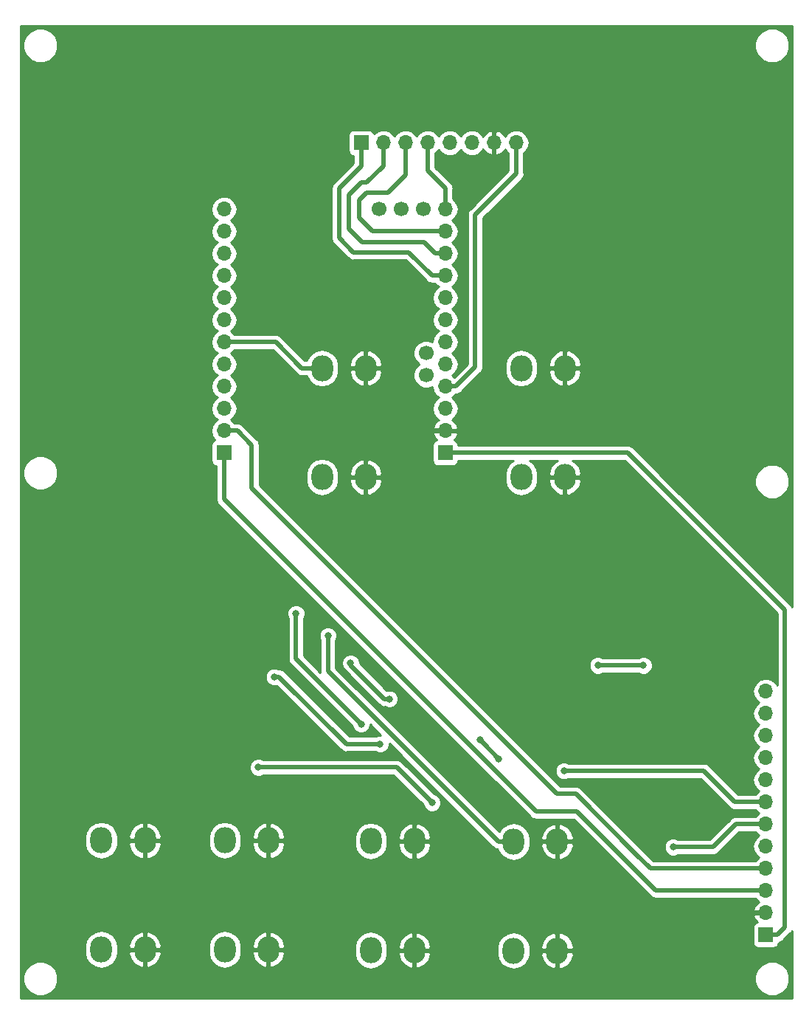
<source format=gbr>
%TF.GenerationSoftware,KiCad,Pcbnew,5.0.2-bee76a0~70~ubuntu18.04.1*%
%TF.CreationDate,2019-03-20T00:35:03+07:00*%
%TF.ProjectId,Display,44697370-6c61-4792-9e6b-696361645f70,rev?*%
%TF.SameCoordinates,PX1036640PY112a880*%
%TF.FileFunction,Copper,L2,Bot*%
%TF.FilePolarity,Positive*%
%FSLAX46Y46*%
G04 Gerber Fmt 4.6, Leading zero omitted, Abs format (unit mm)*
G04 Created by KiCad (PCBNEW 5.0.2-bee76a0~70~ubuntu18.04.1) date Wed 20 Mar 2019 12:35:03 AM +07*
%MOMM*%
%LPD*%
G01*
G04 APERTURE LIST*
%ADD10R,1.700000X1.700000*%
%ADD11O,1.700000X1.700000*%
%ADD12C,1.700000*%
%ADD13O,2.500000X3.000000*%
%ADD14C,0.800000*%
%ADD15C,0.508000*%
%ADD16C,0.254000*%
G04 APERTURE END LIST*
D10*
X24087000Y-49717000D03*
D11*
X24087000Y-47177000D03*
X24087000Y-44637000D03*
X24087000Y-42097000D03*
X24087000Y-39557000D03*
X24087000Y-37017000D03*
X24087000Y-34477000D03*
X24087000Y-31937000D03*
X24087000Y-29397000D03*
X24087000Y-26857000D03*
X24087000Y-24317000D03*
X24087000Y-21777000D03*
X49487000Y-42097000D03*
X49487000Y-31937000D03*
X49487000Y-44637000D03*
X49487000Y-37017000D03*
X49487000Y-34477000D03*
X49487000Y-29397000D03*
X49487000Y-39557000D03*
X49487000Y-26857000D03*
X49487000Y-21777000D03*
D10*
X49487000Y-49717000D03*
D11*
X49487000Y-47177000D03*
X49487000Y-24317000D03*
D12*
X46947000Y-21777000D03*
X44407000Y-21777000D03*
X41867000Y-21777000D03*
X47287295Y-40827000D03*
X47287295Y-38287000D03*
D10*
X39835000Y-14157000D03*
D11*
X42375000Y-14157000D03*
X44915000Y-14157000D03*
X47455000Y-14157000D03*
X49995000Y-14157000D03*
X52535000Y-14157000D03*
X55075000Y-14157000D03*
X57615000Y-14157000D03*
D13*
X40931000Y-94251000D03*
X45931000Y-94251000D03*
X40931000Y-106751000D03*
X45931000Y-106751000D03*
X29167000Y-106667000D03*
X24167000Y-106667000D03*
X29167000Y-94167000D03*
X24167000Y-94167000D03*
X10000000Y-94167000D03*
X15000000Y-94167000D03*
X10000000Y-106667000D03*
X15000000Y-106667000D03*
X63203000Y-52500000D03*
X58203000Y-52500000D03*
X63203000Y-40000000D03*
X58203000Y-40000000D03*
X35343000Y-40000000D03*
X40343000Y-40000000D03*
X35343000Y-52500000D03*
X40343000Y-52500000D03*
X62314000Y-106794000D03*
X57314000Y-106794000D03*
X62314000Y-94294000D03*
X57314000Y-94294000D03*
D11*
X86270000Y-77059000D03*
X86270000Y-79599000D03*
X86270000Y-82139000D03*
X86270000Y-84679000D03*
X86270000Y-87219000D03*
X86270000Y-89759000D03*
X86270000Y-92299000D03*
X86270000Y-94839000D03*
X86270000Y-97379000D03*
X86270000Y-99919000D03*
X86270000Y-102459000D03*
D10*
X86270000Y-104999000D03*
D14*
X54821000Y-73720000D03*
X78570000Y-42605000D03*
X29838500Y-75407500D03*
X41994000Y-83118000D03*
X32342000Y-68132000D03*
X39835000Y-80832000D03*
X72220000Y-74101000D03*
X67013000Y-74101000D03*
X63119000Y-86185000D03*
X28024000Y-85785000D03*
X47963000Y-89849000D03*
X75649000Y-94929000D03*
X53467000Y-82629000D03*
X55626000Y-84788000D03*
X43070500Y-77947500D03*
X38608000Y-73810500D03*
X36025000Y-70672000D03*
D15*
X48284919Y-47177000D02*
X49487000Y-47177000D01*
X54821000Y-73720000D02*
X54821000Y-61401000D01*
X46439000Y-53019000D02*
X46439000Y-47177000D01*
X54821000Y-61401000D02*
X46439000Y-53019000D01*
X46439000Y-47177000D02*
X48284919Y-47177000D01*
X62314000Y-106794000D02*
X78506000Y-106794000D01*
X82841000Y-102459000D02*
X86270000Y-102459000D01*
X78506000Y-106794000D02*
X82841000Y-102459000D01*
X43361000Y-47177000D02*
X46439000Y-47177000D01*
X40343000Y-40000000D02*
X40343000Y-44159000D01*
X40343000Y-44159000D02*
X43361000Y-47177000D01*
X78570000Y-42605000D02*
X70605000Y-42605000D01*
X68000000Y-40000000D02*
X63203000Y-40000000D01*
X70605000Y-42605000D02*
X68000000Y-40000000D01*
X55075000Y-12954919D02*
X55075000Y-14157000D01*
X56920919Y-11109000D02*
X55075000Y-12954919D01*
X59647000Y-11109000D02*
X56920919Y-11109000D01*
X63203000Y-40000000D02*
X63203000Y-14665000D01*
X63203000Y-14665000D02*
X59647000Y-11109000D01*
X30404185Y-75407500D02*
X38114685Y-83118000D01*
X29838500Y-75407500D02*
X30404185Y-75407500D01*
X38114685Y-83118000D02*
X41994000Y-83118000D01*
X41994000Y-83118000D02*
X41994000Y-83118000D01*
X50689081Y-42097000D02*
X52916000Y-39870081D01*
X49487000Y-42097000D02*
X50689081Y-42097000D01*
X52916000Y-39870081D02*
X52916000Y-22412000D01*
X57615000Y-17713000D02*
X57615000Y-14157000D01*
X52916000Y-22412000D02*
X57615000Y-17713000D01*
X32342000Y-68132000D02*
X32342000Y-73339000D01*
X32342000Y-73339000D02*
X39835000Y-80832000D01*
X39835000Y-80832000D02*
X39835000Y-80832000D01*
X72220000Y-74101000D02*
X71654315Y-74101000D01*
X71654315Y-74101000D02*
X67013000Y-74101000D01*
X67013000Y-74101000D02*
X67013000Y-74101000D01*
X70442000Y-49717000D02*
X49487000Y-49717000D01*
X88476000Y-67751000D02*
X70442000Y-49717000D01*
X88476000Y-104151000D02*
X88476000Y-103983000D01*
X87628000Y-104999000D02*
X88476000Y-104151000D01*
X86270000Y-104999000D02*
X87628000Y-104999000D01*
X88476000Y-103983000D02*
X88476000Y-67751000D01*
X24087000Y-55051000D02*
X24087000Y-49717000D01*
X59901000Y-90865000D02*
X24087000Y-55051000D01*
X64600000Y-90865000D02*
X59901000Y-90865000D01*
X85067919Y-99919000D02*
X73654000Y-99919000D01*
X86270000Y-99919000D02*
X85067919Y-99919000D01*
X73654000Y-99919000D02*
X64600000Y-90865000D01*
X27262000Y-48828000D02*
X25611000Y-47177000D01*
X25611000Y-47177000D02*
X24087000Y-47177000D01*
X27262000Y-53781000D02*
X27262000Y-48828000D01*
X64473000Y-88833000D02*
X62314000Y-88833000D01*
X62314000Y-88833000D02*
X27262000Y-53781000D01*
X73019000Y-97379000D02*
X71368000Y-95728000D01*
X86270000Y-97379000D02*
X73019000Y-97379000D01*
X71368000Y-95728000D02*
X64473000Y-88833000D01*
X68072000Y-86185000D02*
X63119000Y-86185000D01*
X63119000Y-86185000D02*
X63119000Y-86185000D01*
X68072000Y-86185000D02*
X79140000Y-86185000D01*
X82714000Y-89759000D02*
X86270000Y-89759000D01*
X79140000Y-86185000D02*
X82714000Y-89759000D01*
X28024000Y-85785000D02*
X43899000Y-85785000D01*
X43899000Y-85785000D02*
X47963000Y-89849000D01*
X47963000Y-89849000D02*
X47963000Y-89849000D01*
X82841000Y-92299000D02*
X86270000Y-92299000D01*
X75649000Y-94929000D02*
X80211000Y-94929000D01*
X80211000Y-94929000D02*
X82841000Y-92299000D01*
X53467000Y-82629000D02*
X53866999Y-83028999D01*
X53866999Y-83028999D02*
X55626000Y-84788000D01*
X55626000Y-84788000D02*
X55626000Y-84788000D01*
X42504815Y-77947500D02*
X38608000Y-74050685D01*
X43070500Y-77947500D02*
X42504815Y-77947500D01*
X38608000Y-74050685D02*
X38608000Y-73739000D01*
X33000000Y-40000000D02*
X35343000Y-40000000D01*
X24087000Y-37017000D02*
X30017000Y-37017000D01*
X30017000Y-37017000D02*
X33000000Y-40000000D01*
X55556000Y-94294000D02*
X36025000Y-74763000D01*
X57314000Y-94294000D02*
X55556000Y-94294000D01*
X36025000Y-74763000D02*
X36025000Y-70672000D01*
X36025000Y-70672000D02*
X36025000Y-70672000D01*
X49487000Y-29397000D02*
X47963000Y-29397000D01*
X47963000Y-29397000D02*
X45296000Y-26730000D01*
X45296000Y-26730000D02*
X38946000Y-26730000D01*
X38946000Y-26730000D02*
X37295000Y-25079000D01*
X37295000Y-25079000D02*
X37295000Y-19364000D01*
X39835000Y-16824000D02*
X39835000Y-14157000D01*
X37295000Y-19364000D02*
X39835000Y-16824000D01*
X48284919Y-26857000D02*
X47014919Y-25587000D01*
X49487000Y-26857000D02*
X48284919Y-26857000D01*
X47014919Y-25587000D02*
X39962000Y-25587000D01*
X39962000Y-25587000D02*
X38438000Y-24063000D01*
X38438000Y-24063000D02*
X38438000Y-20126000D01*
X38438000Y-20126000D02*
X39835000Y-18729000D01*
X39835000Y-18729000D02*
X40470000Y-18729000D01*
X42375000Y-16824000D02*
X42375000Y-14157000D01*
X40470000Y-18729000D02*
X42375000Y-16824000D01*
X49487000Y-21777000D02*
X49487000Y-19364000D01*
X47455000Y-17332000D02*
X47455000Y-14157000D01*
X49487000Y-19364000D02*
X47455000Y-17332000D01*
X44915000Y-17840000D02*
X44915000Y-14157000D01*
X41105000Y-24317000D02*
X39581000Y-22793000D01*
X49487000Y-24317000D02*
X41105000Y-24317000D01*
X39581000Y-22793000D02*
X39581000Y-20761000D01*
X39581000Y-20761000D02*
X40470000Y-19872000D01*
X40470000Y-19872000D02*
X42883000Y-19872000D01*
X42883000Y-19872000D02*
X44915000Y-17840000D01*
D16*
G36*
X89290000Y-67369081D02*
X89116933Y-67110067D01*
X89042707Y-67060471D01*
X74587395Y-52605159D01*
X85015000Y-52605159D01*
X85015000Y-53394841D01*
X85317199Y-54124412D01*
X85875588Y-54682801D01*
X86605159Y-54985000D01*
X87394841Y-54985000D01*
X88124412Y-54682801D01*
X88682801Y-54124412D01*
X88985000Y-53394841D01*
X88985000Y-52605159D01*
X88682801Y-51875588D01*
X88124412Y-51317199D01*
X87394841Y-51015000D01*
X86605159Y-51015000D01*
X85875588Y-51317199D01*
X85317199Y-51875588D01*
X85015000Y-52605159D01*
X74587395Y-52605159D01*
X71132531Y-49150296D01*
X71082933Y-49076067D01*
X70788870Y-48879581D01*
X70529556Y-48828000D01*
X70529555Y-48828000D01*
X70442000Y-48810584D01*
X70354445Y-48828000D01*
X50976682Y-48828000D01*
X50935157Y-48619235D01*
X50794809Y-48409191D01*
X50584765Y-48268843D01*
X50481292Y-48248261D01*
X50758645Y-47943924D01*
X50928476Y-47533890D01*
X50807155Y-47304000D01*
X49614000Y-47304000D01*
X49614000Y-47324000D01*
X49360000Y-47324000D01*
X49360000Y-47304000D01*
X48166845Y-47304000D01*
X48045524Y-47533890D01*
X48215355Y-47943924D01*
X48492708Y-48248261D01*
X48389235Y-48268843D01*
X48179191Y-48409191D01*
X48038843Y-48619235D01*
X47989560Y-48867000D01*
X47989560Y-50567000D01*
X48038843Y-50814765D01*
X48179191Y-51024809D01*
X48389235Y-51165157D01*
X48637000Y-51214440D01*
X50337000Y-51214440D01*
X50584765Y-51165157D01*
X50794809Y-51024809D01*
X50935157Y-50814765D01*
X50976682Y-50606000D01*
X57270511Y-50606000D01*
X56843991Y-50890991D01*
X56427369Y-51514510D01*
X56318000Y-52064345D01*
X56318000Y-52935654D01*
X56427369Y-53485489D01*
X56843991Y-54109009D01*
X57467510Y-54525631D01*
X58203000Y-54671929D01*
X58938489Y-54525631D01*
X59562009Y-54109009D01*
X59978631Y-53485490D01*
X60088000Y-52935655D01*
X60088000Y-52924040D01*
X61317885Y-52924040D01*
X61527983Y-53632194D01*
X61993087Y-54206042D01*
X62642389Y-54558221D01*
X62783355Y-54587695D01*
X63076000Y-54471572D01*
X63076000Y-52627000D01*
X63330000Y-52627000D01*
X63330000Y-54471572D01*
X63622645Y-54587695D01*
X63763611Y-54558221D01*
X64412913Y-54206042D01*
X64878017Y-53632194D01*
X65088115Y-52924040D01*
X64933382Y-52627000D01*
X63330000Y-52627000D01*
X63076000Y-52627000D01*
X61472618Y-52627000D01*
X61317885Y-52924040D01*
X60088000Y-52924040D01*
X60088000Y-52064346D01*
X59978631Y-51514510D01*
X59562009Y-50890991D01*
X59135490Y-50606000D01*
X62339620Y-50606000D01*
X61993087Y-50793958D01*
X61527983Y-51367806D01*
X61317885Y-52075960D01*
X61472618Y-52373000D01*
X63076000Y-52373000D01*
X63076000Y-52353000D01*
X63330000Y-52353000D01*
X63330000Y-52373000D01*
X64933382Y-52373000D01*
X65088115Y-52075960D01*
X64878017Y-51367806D01*
X64412913Y-50793958D01*
X64066380Y-50606000D01*
X70073765Y-50606000D01*
X87587001Y-68119237D01*
X87587001Y-76357102D01*
X87340625Y-75988375D01*
X86849418Y-75660161D01*
X86416256Y-75574000D01*
X86123744Y-75574000D01*
X85690582Y-75660161D01*
X85199375Y-75988375D01*
X84871161Y-76479582D01*
X84755908Y-77059000D01*
X84871161Y-77638418D01*
X85199375Y-78129625D01*
X85497761Y-78329000D01*
X85199375Y-78528375D01*
X84871161Y-79019582D01*
X84755908Y-79599000D01*
X84871161Y-80178418D01*
X85199375Y-80669625D01*
X85497761Y-80869000D01*
X85199375Y-81068375D01*
X84871161Y-81559582D01*
X84755908Y-82139000D01*
X84871161Y-82718418D01*
X85199375Y-83209625D01*
X85497761Y-83409000D01*
X85199375Y-83608375D01*
X84871161Y-84099582D01*
X84755908Y-84679000D01*
X84871161Y-85258418D01*
X85199375Y-85749625D01*
X85497761Y-85949000D01*
X85199375Y-86148375D01*
X84871161Y-86639582D01*
X84755908Y-87219000D01*
X84871161Y-87798418D01*
X85199375Y-88289625D01*
X85497761Y-88489000D01*
X85199375Y-88688375D01*
X85078017Y-88870000D01*
X83082236Y-88870000D01*
X79830531Y-85618296D01*
X79780933Y-85544067D01*
X79486870Y-85347581D01*
X79227556Y-85296000D01*
X79227555Y-85296000D01*
X79140000Y-85278584D01*
X79052445Y-85296000D01*
X63677350Y-85296000D01*
X63324874Y-85150000D01*
X62913126Y-85150000D01*
X62532720Y-85307569D01*
X62241569Y-85598720D01*
X62084000Y-85979126D01*
X62084000Y-86390874D01*
X62241569Y-86771280D01*
X62532720Y-87062431D01*
X62913126Y-87220000D01*
X63324874Y-87220000D01*
X63677350Y-87074000D01*
X78771765Y-87074000D01*
X82023471Y-90325707D01*
X82073067Y-90399933D01*
X82367130Y-90596419D01*
X82626444Y-90648000D01*
X82626448Y-90648000D01*
X82713999Y-90665415D01*
X82801550Y-90648000D01*
X85078017Y-90648000D01*
X85199375Y-90829625D01*
X85497761Y-91029000D01*
X85199375Y-91228375D01*
X85078017Y-91410000D01*
X82928556Y-91410000D01*
X82841000Y-91392584D01*
X82494129Y-91461581D01*
X82427752Y-91505933D01*
X82200067Y-91658067D01*
X82150471Y-91732293D01*
X79842765Y-94040000D01*
X76207350Y-94040000D01*
X75854874Y-93894000D01*
X75443126Y-93894000D01*
X75062720Y-94051569D01*
X74771569Y-94342720D01*
X74614000Y-94723126D01*
X74614000Y-95134874D01*
X74771569Y-95515280D01*
X75062720Y-95806431D01*
X75443126Y-95964000D01*
X75854874Y-95964000D01*
X76207350Y-95818000D01*
X80123445Y-95818000D01*
X80211000Y-95835416D01*
X80298555Y-95818000D01*
X80298556Y-95818000D01*
X80557870Y-95766419D01*
X80851933Y-95569933D01*
X80901531Y-95495704D01*
X83209236Y-93188000D01*
X85078017Y-93188000D01*
X85199375Y-93369625D01*
X85497761Y-93569000D01*
X85199375Y-93768375D01*
X84871161Y-94259582D01*
X84755908Y-94839000D01*
X84871161Y-95418418D01*
X85199375Y-95909625D01*
X85497761Y-96109000D01*
X85199375Y-96308375D01*
X85078017Y-96490000D01*
X73387236Y-96490000D01*
X72058531Y-95161296D01*
X72058529Y-95161293D01*
X65163531Y-88266296D01*
X65113933Y-88192067D01*
X64819870Y-87995581D01*
X64560556Y-87944000D01*
X64560555Y-87944000D01*
X64473000Y-87926584D01*
X64385445Y-87944000D01*
X62682236Y-87944000D01*
X48633362Y-73895126D01*
X65978000Y-73895126D01*
X65978000Y-74306874D01*
X66135569Y-74687280D01*
X66426720Y-74978431D01*
X66807126Y-75136000D01*
X67218874Y-75136000D01*
X67571350Y-74990000D01*
X71661650Y-74990000D01*
X72014126Y-75136000D01*
X72425874Y-75136000D01*
X72806280Y-74978431D01*
X73097431Y-74687280D01*
X73255000Y-74306874D01*
X73255000Y-73895126D01*
X73097431Y-73514720D01*
X72806280Y-73223569D01*
X72425874Y-73066000D01*
X72014126Y-73066000D01*
X71661650Y-73212000D01*
X67571350Y-73212000D01*
X67218874Y-73066000D01*
X66807126Y-73066000D01*
X66426720Y-73223569D01*
X66135569Y-73514720D01*
X65978000Y-73895126D01*
X48633362Y-73895126D01*
X28151000Y-53412765D01*
X28151000Y-52064345D01*
X33458000Y-52064345D01*
X33458000Y-52935654D01*
X33567369Y-53485489D01*
X33983991Y-54109009D01*
X34607510Y-54525631D01*
X35343000Y-54671929D01*
X36078489Y-54525631D01*
X36702009Y-54109009D01*
X37118631Y-53485490D01*
X37228000Y-52935655D01*
X37228000Y-52924040D01*
X38457885Y-52924040D01*
X38667983Y-53632194D01*
X39133087Y-54206042D01*
X39782389Y-54558221D01*
X39923355Y-54587695D01*
X40216000Y-54471572D01*
X40216000Y-52627000D01*
X40470000Y-52627000D01*
X40470000Y-54471572D01*
X40762645Y-54587695D01*
X40903611Y-54558221D01*
X41552913Y-54206042D01*
X42018017Y-53632194D01*
X42228115Y-52924040D01*
X42073382Y-52627000D01*
X40470000Y-52627000D01*
X40216000Y-52627000D01*
X38612618Y-52627000D01*
X38457885Y-52924040D01*
X37228000Y-52924040D01*
X37228000Y-52075960D01*
X38457885Y-52075960D01*
X38612618Y-52373000D01*
X40216000Y-52373000D01*
X40216000Y-50528428D01*
X40470000Y-50528428D01*
X40470000Y-52373000D01*
X42073382Y-52373000D01*
X42228115Y-52075960D01*
X42018017Y-51367806D01*
X41552913Y-50793958D01*
X40903611Y-50441779D01*
X40762645Y-50412305D01*
X40470000Y-50528428D01*
X40216000Y-50528428D01*
X39923355Y-50412305D01*
X39782389Y-50441779D01*
X39133087Y-50793958D01*
X38667983Y-51367806D01*
X38457885Y-52075960D01*
X37228000Y-52075960D01*
X37228000Y-52064346D01*
X37118631Y-51514510D01*
X36702009Y-50890991D01*
X36078490Y-50474369D01*
X35343000Y-50328071D01*
X34607511Y-50474369D01*
X33983991Y-50890991D01*
X33567369Y-51514510D01*
X33458000Y-52064345D01*
X28151000Y-52064345D01*
X28151000Y-48915556D01*
X28168416Y-48828000D01*
X28099419Y-48481129D01*
X27952529Y-48261293D01*
X27902933Y-48187067D01*
X27828707Y-48137471D01*
X26301531Y-46610296D01*
X26251933Y-46536067D01*
X25957870Y-46339581D01*
X25698556Y-46288000D01*
X25698555Y-46288000D01*
X25611000Y-46270584D01*
X25523445Y-46288000D01*
X25278983Y-46288000D01*
X25157625Y-46106375D01*
X24859239Y-45907000D01*
X25157625Y-45707625D01*
X25485839Y-45216418D01*
X25601092Y-44637000D01*
X25485839Y-44057582D01*
X25157625Y-43566375D01*
X24859239Y-43367000D01*
X25157625Y-43167625D01*
X25485839Y-42676418D01*
X25601092Y-42097000D01*
X25485839Y-41517582D01*
X25157625Y-41026375D01*
X24859239Y-40827000D01*
X25157625Y-40627625D01*
X25485839Y-40136418D01*
X25601092Y-39557000D01*
X25485839Y-38977582D01*
X25157625Y-38486375D01*
X24859239Y-38287000D01*
X25157625Y-38087625D01*
X25278983Y-37906000D01*
X29648765Y-37906000D01*
X32309471Y-40566707D01*
X32359067Y-40640933D01*
X32653130Y-40837419D01*
X32912444Y-40889000D01*
X32999999Y-40906416D01*
X33087554Y-40889000D01*
X33548176Y-40889000D01*
X33567369Y-40985489D01*
X33983991Y-41609009D01*
X34607510Y-42025631D01*
X35343000Y-42171929D01*
X36078489Y-42025631D01*
X36702009Y-41609009D01*
X37118631Y-40985490D01*
X37228000Y-40435655D01*
X37228000Y-40424040D01*
X38457885Y-40424040D01*
X38667983Y-41132194D01*
X39133087Y-41706042D01*
X39782389Y-42058221D01*
X39923355Y-42087695D01*
X40216000Y-41971572D01*
X40216000Y-40127000D01*
X40470000Y-40127000D01*
X40470000Y-41971572D01*
X40762645Y-42087695D01*
X40903611Y-42058221D01*
X41552913Y-41706042D01*
X42018017Y-41132194D01*
X42228115Y-40424040D01*
X42073382Y-40127000D01*
X40470000Y-40127000D01*
X40216000Y-40127000D01*
X38612618Y-40127000D01*
X38457885Y-40424040D01*
X37228000Y-40424040D01*
X37228000Y-39575960D01*
X38457885Y-39575960D01*
X38612618Y-39873000D01*
X40216000Y-39873000D01*
X40216000Y-38028428D01*
X40470000Y-38028428D01*
X40470000Y-39873000D01*
X42073382Y-39873000D01*
X42228115Y-39575960D01*
X42018017Y-38867806D01*
X41552913Y-38293958D01*
X40903611Y-37941779D01*
X40762645Y-37912305D01*
X40470000Y-38028428D01*
X40216000Y-38028428D01*
X39923355Y-37912305D01*
X39782389Y-37941779D01*
X39133087Y-38293958D01*
X38667983Y-38867806D01*
X38457885Y-39575960D01*
X37228000Y-39575960D01*
X37228000Y-39564346D01*
X37118631Y-39014510D01*
X36702009Y-38390991D01*
X36078490Y-37974369D01*
X35343000Y-37828071D01*
X34607511Y-37974369D01*
X33983991Y-38390991D01*
X33567369Y-39014510D01*
X33548176Y-39111000D01*
X33368236Y-39111000D01*
X30707531Y-36450296D01*
X30657933Y-36376067D01*
X30363870Y-36179581D01*
X30104556Y-36128000D01*
X30104555Y-36128000D01*
X30017000Y-36110584D01*
X29929445Y-36128000D01*
X25278983Y-36128000D01*
X25157625Y-35946375D01*
X24859239Y-35747000D01*
X25157625Y-35547625D01*
X25485839Y-35056418D01*
X25601092Y-34477000D01*
X25485839Y-33897582D01*
X25157625Y-33406375D01*
X24859239Y-33207000D01*
X25157625Y-33007625D01*
X25485839Y-32516418D01*
X25601092Y-31937000D01*
X25485839Y-31357582D01*
X25157625Y-30866375D01*
X24859239Y-30667000D01*
X25157625Y-30467625D01*
X25485839Y-29976418D01*
X25601092Y-29397000D01*
X25485839Y-28817582D01*
X25157625Y-28326375D01*
X24859239Y-28127000D01*
X25157625Y-27927625D01*
X25485839Y-27436418D01*
X25601092Y-26857000D01*
X25485839Y-26277582D01*
X25157625Y-25786375D01*
X24859239Y-25587000D01*
X25157625Y-25387625D01*
X25485839Y-24896418D01*
X25601092Y-24317000D01*
X25485839Y-23737582D01*
X25157625Y-23246375D01*
X24859239Y-23047000D01*
X25157625Y-22847625D01*
X25485839Y-22356418D01*
X25601092Y-21777000D01*
X25485839Y-21197582D01*
X25157625Y-20706375D01*
X24666418Y-20378161D01*
X24233256Y-20292000D01*
X23940744Y-20292000D01*
X23507582Y-20378161D01*
X23016375Y-20706375D01*
X22688161Y-21197582D01*
X22572908Y-21777000D01*
X22688161Y-22356418D01*
X23016375Y-22847625D01*
X23314761Y-23047000D01*
X23016375Y-23246375D01*
X22688161Y-23737582D01*
X22572908Y-24317000D01*
X22688161Y-24896418D01*
X23016375Y-25387625D01*
X23314761Y-25587000D01*
X23016375Y-25786375D01*
X22688161Y-26277582D01*
X22572908Y-26857000D01*
X22688161Y-27436418D01*
X23016375Y-27927625D01*
X23314761Y-28127000D01*
X23016375Y-28326375D01*
X22688161Y-28817582D01*
X22572908Y-29397000D01*
X22688161Y-29976418D01*
X23016375Y-30467625D01*
X23314761Y-30667000D01*
X23016375Y-30866375D01*
X22688161Y-31357582D01*
X22572908Y-31937000D01*
X22688161Y-32516418D01*
X23016375Y-33007625D01*
X23314761Y-33207000D01*
X23016375Y-33406375D01*
X22688161Y-33897582D01*
X22572908Y-34477000D01*
X22688161Y-35056418D01*
X23016375Y-35547625D01*
X23314761Y-35747000D01*
X23016375Y-35946375D01*
X22688161Y-36437582D01*
X22572908Y-37017000D01*
X22688161Y-37596418D01*
X23016375Y-38087625D01*
X23314761Y-38287000D01*
X23016375Y-38486375D01*
X22688161Y-38977582D01*
X22572908Y-39557000D01*
X22688161Y-40136418D01*
X23016375Y-40627625D01*
X23314761Y-40827000D01*
X23016375Y-41026375D01*
X22688161Y-41517582D01*
X22572908Y-42097000D01*
X22688161Y-42676418D01*
X23016375Y-43167625D01*
X23314761Y-43367000D01*
X23016375Y-43566375D01*
X22688161Y-44057582D01*
X22572908Y-44637000D01*
X22688161Y-45216418D01*
X23016375Y-45707625D01*
X23314761Y-45907000D01*
X23016375Y-46106375D01*
X22688161Y-46597582D01*
X22572908Y-47177000D01*
X22688161Y-47756418D01*
X23016375Y-48247625D01*
X23034619Y-48259816D01*
X22989235Y-48268843D01*
X22779191Y-48409191D01*
X22638843Y-48619235D01*
X22589560Y-48867000D01*
X22589560Y-50567000D01*
X22638843Y-50814765D01*
X22779191Y-51024809D01*
X22989235Y-51165157D01*
X23198001Y-51206683D01*
X23198000Y-54963445D01*
X23180584Y-55051000D01*
X23198000Y-55138555D01*
X23249581Y-55397869D01*
X23446067Y-55691933D01*
X23520296Y-55741531D01*
X59210470Y-91431706D01*
X59260067Y-91505933D01*
X59334293Y-91555529D01*
X59554129Y-91702419D01*
X59901000Y-91771416D01*
X59988556Y-91754000D01*
X64231765Y-91754000D01*
X72963471Y-100485707D01*
X73013067Y-100559933D01*
X73087293Y-100609529D01*
X73307129Y-100756419D01*
X73654000Y-100825416D01*
X73741556Y-100808000D01*
X85078017Y-100808000D01*
X85199375Y-100989625D01*
X85518478Y-101202843D01*
X85388642Y-101263817D01*
X84998355Y-101692076D01*
X84828524Y-102102110D01*
X84949845Y-102332000D01*
X86143000Y-102332000D01*
X86143000Y-102312000D01*
X86397000Y-102312000D01*
X86397000Y-102332000D01*
X86417000Y-102332000D01*
X86417000Y-102586000D01*
X86397000Y-102586000D01*
X86397000Y-102606000D01*
X86143000Y-102606000D01*
X86143000Y-102586000D01*
X84949845Y-102586000D01*
X84828524Y-102815890D01*
X84998355Y-103225924D01*
X85275708Y-103530261D01*
X85172235Y-103550843D01*
X84962191Y-103691191D01*
X84821843Y-103901235D01*
X84772560Y-104149000D01*
X84772560Y-105849000D01*
X84821843Y-106096765D01*
X84962191Y-106306809D01*
X85172235Y-106447157D01*
X85420000Y-106496440D01*
X87120000Y-106496440D01*
X87367765Y-106447157D01*
X87577809Y-106306809D01*
X87718157Y-106096765D01*
X87761500Y-105878861D01*
X87974870Y-105836419D01*
X88268933Y-105639933D01*
X88318531Y-105565704D01*
X89042707Y-104841529D01*
X89116933Y-104791933D01*
X89290000Y-104532919D01*
X89290000Y-112290000D01*
X710000Y-112290000D01*
X710000Y-109605159D01*
X1015000Y-109605159D01*
X1015000Y-110394841D01*
X1317199Y-111124412D01*
X1875588Y-111682801D01*
X2605159Y-111985000D01*
X3394841Y-111985000D01*
X4124412Y-111682801D01*
X4682801Y-111124412D01*
X4985000Y-110394841D01*
X4985000Y-109605159D01*
X85015000Y-109605159D01*
X85015000Y-110394841D01*
X85317199Y-111124412D01*
X85875588Y-111682801D01*
X86605159Y-111985000D01*
X87394841Y-111985000D01*
X88124412Y-111682801D01*
X88682801Y-111124412D01*
X88985000Y-110394841D01*
X88985000Y-109605159D01*
X88682801Y-108875588D01*
X88124412Y-108317199D01*
X87394841Y-108015000D01*
X86605159Y-108015000D01*
X85875588Y-108317199D01*
X85317199Y-108875588D01*
X85015000Y-109605159D01*
X4985000Y-109605159D01*
X4682801Y-108875588D01*
X4124412Y-108317199D01*
X3394841Y-108015000D01*
X2605159Y-108015000D01*
X1875588Y-108317199D01*
X1317199Y-108875588D01*
X1015000Y-109605159D01*
X710000Y-109605159D01*
X710000Y-106231345D01*
X8115000Y-106231345D01*
X8115000Y-107102654D01*
X8224369Y-107652489D01*
X8640991Y-108276009D01*
X9264510Y-108692631D01*
X10000000Y-108838929D01*
X10735489Y-108692631D01*
X11359009Y-108276009D01*
X11775631Y-107652490D01*
X11885000Y-107102655D01*
X11885000Y-107091040D01*
X13114885Y-107091040D01*
X13324983Y-107799194D01*
X13790087Y-108373042D01*
X14439389Y-108725221D01*
X14580355Y-108754695D01*
X14873000Y-108638572D01*
X14873000Y-106794000D01*
X15127000Y-106794000D01*
X15127000Y-108638572D01*
X15419645Y-108754695D01*
X15560611Y-108725221D01*
X16209913Y-108373042D01*
X16675017Y-107799194D01*
X16885115Y-107091040D01*
X16730382Y-106794000D01*
X15127000Y-106794000D01*
X14873000Y-106794000D01*
X13269618Y-106794000D01*
X13114885Y-107091040D01*
X11885000Y-107091040D01*
X11885000Y-106242960D01*
X13114885Y-106242960D01*
X13269618Y-106540000D01*
X14873000Y-106540000D01*
X14873000Y-104695428D01*
X15127000Y-104695428D01*
X15127000Y-106540000D01*
X16730382Y-106540000D01*
X16885115Y-106242960D01*
X16881670Y-106231345D01*
X22282000Y-106231345D01*
X22282000Y-107102654D01*
X22391369Y-107652489D01*
X22807991Y-108276009D01*
X23431510Y-108692631D01*
X24167000Y-108838929D01*
X24902489Y-108692631D01*
X25526009Y-108276009D01*
X25942631Y-107652490D01*
X26052000Y-107102655D01*
X26052000Y-107091040D01*
X27281885Y-107091040D01*
X27491983Y-107799194D01*
X27957087Y-108373042D01*
X28606389Y-108725221D01*
X28747355Y-108754695D01*
X29040000Y-108638572D01*
X29040000Y-106794000D01*
X29294000Y-106794000D01*
X29294000Y-108638572D01*
X29586645Y-108754695D01*
X29727611Y-108725221D01*
X30376913Y-108373042D01*
X30842017Y-107799194D01*
X31052115Y-107091040D01*
X30897382Y-106794000D01*
X29294000Y-106794000D01*
X29040000Y-106794000D01*
X27436618Y-106794000D01*
X27281885Y-107091040D01*
X26052000Y-107091040D01*
X26052000Y-106242960D01*
X27281885Y-106242960D01*
X27436618Y-106540000D01*
X29040000Y-106540000D01*
X29040000Y-104695428D01*
X29294000Y-104695428D01*
X29294000Y-106540000D01*
X30897382Y-106540000D01*
X31014408Y-106315345D01*
X39046000Y-106315345D01*
X39046000Y-107186654D01*
X39155369Y-107736489D01*
X39571991Y-108360009D01*
X40195510Y-108776631D01*
X40931000Y-108922929D01*
X41666489Y-108776631D01*
X42290009Y-108360009D01*
X42706631Y-107736490D01*
X42816000Y-107186655D01*
X42816000Y-107175040D01*
X44045885Y-107175040D01*
X44255983Y-107883194D01*
X44721087Y-108457042D01*
X45370389Y-108809221D01*
X45511355Y-108838695D01*
X45804000Y-108722572D01*
X45804000Y-106878000D01*
X46058000Y-106878000D01*
X46058000Y-108722572D01*
X46350645Y-108838695D01*
X46491611Y-108809221D01*
X47140913Y-108457042D01*
X47606017Y-107883194D01*
X47816115Y-107175040D01*
X47661382Y-106878000D01*
X46058000Y-106878000D01*
X45804000Y-106878000D01*
X44200618Y-106878000D01*
X44045885Y-107175040D01*
X42816000Y-107175040D01*
X42816000Y-106326960D01*
X44045885Y-106326960D01*
X44200618Y-106624000D01*
X45804000Y-106624000D01*
X45804000Y-104779428D01*
X46058000Y-104779428D01*
X46058000Y-106624000D01*
X47661382Y-106624000D01*
X47799766Y-106358345D01*
X55429000Y-106358345D01*
X55429000Y-107229654D01*
X55538369Y-107779489D01*
X55954991Y-108403009D01*
X56578510Y-108819631D01*
X57314000Y-108965929D01*
X58049489Y-108819631D01*
X58673009Y-108403009D01*
X59089631Y-107779490D01*
X59199000Y-107229655D01*
X59199000Y-107218040D01*
X60428885Y-107218040D01*
X60638983Y-107926194D01*
X61104087Y-108500042D01*
X61753389Y-108852221D01*
X61894355Y-108881695D01*
X62187000Y-108765572D01*
X62187000Y-106921000D01*
X62441000Y-106921000D01*
X62441000Y-108765572D01*
X62733645Y-108881695D01*
X62874611Y-108852221D01*
X63523913Y-108500042D01*
X63989017Y-107926194D01*
X64199115Y-107218040D01*
X64044382Y-106921000D01*
X62441000Y-106921000D01*
X62187000Y-106921000D01*
X60583618Y-106921000D01*
X60428885Y-107218040D01*
X59199000Y-107218040D01*
X59199000Y-106369960D01*
X60428885Y-106369960D01*
X60583618Y-106667000D01*
X62187000Y-106667000D01*
X62187000Y-104822428D01*
X62441000Y-104822428D01*
X62441000Y-106667000D01*
X64044382Y-106667000D01*
X64199115Y-106369960D01*
X63989017Y-105661806D01*
X63523913Y-105087958D01*
X62874611Y-104735779D01*
X62733645Y-104706305D01*
X62441000Y-104822428D01*
X62187000Y-104822428D01*
X61894355Y-104706305D01*
X61753389Y-104735779D01*
X61104087Y-105087958D01*
X60638983Y-105661806D01*
X60428885Y-106369960D01*
X59199000Y-106369960D01*
X59199000Y-106358346D01*
X59089631Y-105808510D01*
X58673009Y-105184991D01*
X58049490Y-104768369D01*
X57314000Y-104622071D01*
X56578511Y-104768369D01*
X55954991Y-105184991D01*
X55538369Y-105808510D01*
X55429000Y-106358345D01*
X47799766Y-106358345D01*
X47816115Y-106326960D01*
X47606017Y-105618806D01*
X47140913Y-105044958D01*
X46491611Y-104692779D01*
X46350645Y-104663305D01*
X46058000Y-104779428D01*
X45804000Y-104779428D01*
X45511355Y-104663305D01*
X45370389Y-104692779D01*
X44721087Y-105044958D01*
X44255983Y-105618806D01*
X44045885Y-106326960D01*
X42816000Y-106326960D01*
X42816000Y-106315346D01*
X42706631Y-105765510D01*
X42290009Y-105141991D01*
X41666490Y-104725369D01*
X40931000Y-104579071D01*
X40195511Y-104725369D01*
X39571991Y-105141991D01*
X39155369Y-105765510D01*
X39046000Y-106315345D01*
X31014408Y-106315345D01*
X31052115Y-106242960D01*
X30842017Y-105534806D01*
X30376913Y-104960958D01*
X29727611Y-104608779D01*
X29586645Y-104579305D01*
X29294000Y-104695428D01*
X29040000Y-104695428D01*
X28747355Y-104579305D01*
X28606389Y-104608779D01*
X27957087Y-104960958D01*
X27491983Y-105534806D01*
X27281885Y-106242960D01*
X26052000Y-106242960D01*
X26052000Y-106231346D01*
X25942631Y-105681510D01*
X25526009Y-105057991D01*
X24902490Y-104641369D01*
X24167000Y-104495071D01*
X23431511Y-104641369D01*
X22807991Y-105057991D01*
X22391369Y-105681510D01*
X22282000Y-106231345D01*
X16881670Y-106231345D01*
X16675017Y-105534806D01*
X16209913Y-104960958D01*
X15560611Y-104608779D01*
X15419645Y-104579305D01*
X15127000Y-104695428D01*
X14873000Y-104695428D01*
X14580355Y-104579305D01*
X14439389Y-104608779D01*
X13790087Y-104960958D01*
X13324983Y-105534806D01*
X13114885Y-106242960D01*
X11885000Y-106242960D01*
X11885000Y-106231346D01*
X11775631Y-105681510D01*
X11359009Y-105057991D01*
X10735490Y-104641369D01*
X10000000Y-104495071D01*
X9264511Y-104641369D01*
X8640991Y-105057991D01*
X8224369Y-105681510D01*
X8115000Y-106231345D01*
X710000Y-106231345D01*
X710000Y-93731345D01*
X8115000Y-93731345D01*
X8115000Y-94602654D01*
X8224369Y-95152489D01*
X8640991Y-95776009D01*
X9264510Y-96192631D01*
X10000000Y-96338929D01*
X10735489Y-96192631D01*
X11359009Y-95776009D01*
X11775631Y-95152490D01*
X11885000Y-94602655D01*
X11885000Y-94591040D01*
X13114885Y-94591040D01*
X13324983Y-95299194D01*
X13790087Y-95873042D01*
X14439389Y-96225221D01*
X14580355Y-96254695D01*
X14873000Y-96138572D01*
X14873000Y-94294000D01*
X15127000Y-94294000D01*
X15127000Y-96138572D01*
X15419645Y-96254695D01*
X15560611Y-96225221D01*
X16209913Y-95873042D01*
X16675017Y-95299194D01*
X16885115Y-94591040D01*
X16730382Y-94294000D01*
X15127000Y-94294000D01*
X14873000Y-94294000D01*
X13269618Y-94294000D01*
X13114885Y-94591040D01*
X11885000Y-94591040D01*
X11885000Y-93742960D01*
X13114885Y-93742960D01*
X13269618Y-94040000D01*
X14873000Y-94040000D01*
X14873000Y-92195428D01*
X15127000Y-92195428D01*
X15127000Y-94040000D01*
X16730382Y-94040000D01*
X16885115Y-93742960D01*
X16881670Y-93731345D01*
X22282000Y-93731345D01*
X22282000Y-94602654D01*
X22391369Y-95152489D01*
X22807991Y-95776009D01*
X23431510Y-96192631D01*
X24167000Y-96338929D01*
X24902489Y-96192631D01*
X25526009Y-95776009D01*
X25942631Y-95152490D01*
X26052000Y-94602655D01*
X26052000Y-94591040D01*
X27281885Y-94591040D01*
X27491983Y-95299194D01*
X27957087Y-95873042D01*
X28606389Y-96225221D01*
X28747355Y-96254695D01*
X29040000Y-96138572D01*
X29040000Y-94294000D01*
X29294000Y-94294000D01*
X29294000Y-96138572D01*
X29586645Y-96254695D01*
X29727611Y-96225221D01*
X30376913Y-95873042D01*
X30842017Y-95299194D01*
X31052115Y-94591040D01*
X30897382Y-94294000D01*
X29294000Y-94294000D01*
X29040000Y-94294000D01*
X27436618Y-94294000D01*
X27281885Y-94591040D01*
X26052000Y-94591040D01*
X26052000Y-93742960D01*
X27281885Y-93742960D01*
X27436618Y-94040000D01*
X29040000Y-94040000D01*
X29040000Y-92195428D01*
X29294000Y-92195428D01*
X29294000Y-94040000D01*
X30897382Y-94040000D01*
X31014408Y-93815345D01*
X39046000Y-93815345D01*
X39046000Y-94686654D01*
X39155369Y-95236489D01*
X39571991Y-95860009D01*
X40195510Y-96276631D01*
X40931000Y-96422929D01*
X41666489Y-96276631D01*
X42290009Y-95860009D01*
X42706631Y-95236490D01*
X42816000Y-94686655D01*
X42816000Y-94675040D01*
X44045885Y-94675040D01*
X44255983Y-95383194D01*
X44721087Y-95957042D01*
X45370389Y-96309221D01*
X45511355Y-96338695D01*
X45804000Y-96222572D01*
X45804000Y-94378000D01*
X46058000Y-94378000D01*
X46058000Y-96222572D01*
X46350645Y-96338695D01*
X46491611Y-96309221D01*
X47140913Y-95957042D01*
X47606017Y-95383194D01*
X47816115Y-94675040D01*
X47661382Y-94378000D01*
X46058000Y-94378000D01*
X45804000Y-94378000D01*
X44200618Y-94378000D01*
X44045885Y-94675040D01*
X42816000Y-94675040D01*
X42816000Y-93826960D01*
X44045885Y-93826960D01*
X44200618Y-94124000D01*
X45804000Y-94124000D01*
X45804000Y-92279428D01*
X46058000Y-92279428D01*
X46058000Y-94124000D01*
X47661382Y-94124000D01*
X47816115Y-93826960D01*
X47606017Y-93118806D01*
X47140913Y-92544958D01*
X46491611Y-92192779D01*
X46350645Y-92163305D01*
X46058000Y-92279428D01*
X45804000Y-92279428D01*
X45511355Y-92163305D01*
X45370389Y-92192779D01*
X44721087Y-92544958D01*
X44255983Y-93118806D01*
X44045885Y-93826960D01*
X42816000Y-93826960D01*
X42816000Y-93815346D01*
X42706631Y-93265510D01*
X42290009Y-92641991D01*
X41666490Y-92225369D01*
X40931000Y-92079071D01*
X40195511Y-92225369D01*
X39571991Y-92641991D01*
X39155369Y-93265510D01*
X39046000Y-93815345D01*
X31014408Y-93815345D01*
X31052115Y-93742960D01*
X30842017Y-93034806D01*
X30376913Y-92460958D01*
X29727611Y-92108779D01*
X29586645Y-92079305D01*
X29294000Y-92195428D01*
X29040000Y-92195428D01*
X28747355Y-92079305D01*
X28606389Y-92108779D01*
X27957087Y-92460958D01*
X27491983Y-93034806D01*
X27281885Y-93742960D01*
X26052000Y-93742960D01*
X26052000Y-93731346D01*
X25942631Y-93181510D01*
X25526009Y-92557991D01*
X24902490Y-92141369D01*
X24167000Y-91995071D01*
X23431511Y-92141369D01*
X22807991Y-92557991D01*
X22391369Y-93181510D01*
X22282000Y-93731345D01*
X16881670Y-93731345D01*
X16675017Y-93034806D01*
X16209913Y-92460958D01*
X15560611Y-92108779D01*
X15419645Y-92079305D01*
X15127000Y-92195428D01*
X14873000Y-92195428D01*
X14580355Y-92079305D01*
X14439389Y-92108779D01*
X13790087Y-92460958D01*
X13324983Y-93034806D01*
X13114885Y-93742960D01*
X11885000Y-93742960D01*
X11885000Y-93731346D01*
X11775631Y-93181510D01*
X11359009Y-92557991D01*
X10735490Y-92141369D01*
X10000000Y-91995071D01*
X9264511Y-92141369D01*
X8640991Y-92557991D01*
X8224369Y-93181510D01*
X8115000Y-93731345D01*
X710000Y-93731345D01*
X710000Y-85579126D01*
X26989000Y-85579126D01*
X26989000Y-85990874D01*
X27146569Y-86371280D01*
X27437720Y-86662431D01*
X27818126Y-86820000D01*
X28229874Y-86820000D01*
X28582350Y-86674000D01*
X43530765Y-86674000D01*
X46939570Y-90082805D01*
X47085569Y-90435280D01*
X47376720Y-90726431D01*
X47757126Y-90884000D01*
X48168874Y-90884000D01*
X48549280Y-90726431D01*
X48840431Y-90435280D01*
X48998000Y-90054874D01*
X48998000Y-89643126D01*
X48840431Y-89262720D01*
X48549280Y-88971569D01*
X48196805Y-88825570D01*
X44589531Y-85218296D01*
X44539933Y-85144067D01*
X44245870Y-84947581D01*
X43986556Y-84896000D01*
X43986555Y-84896000D01*
X43899000Y-84878584D01*
X43811445Y-84896000D01*
X28582350Y-84896000D01*
X28229874Y-84750000D01*
X27818126Y-84750000D01*
X27437720Y-84907569D01*
X27146569Y-85198720D01*
X26989000Y-85579126D01*
X710000Y-85579126D01*
X710000Y-75201626D01*
X28803500Y-75201626D01*
X28803500Y-75613374D01*
X28961069Y-75993780D01*
X29252220Y-76284931D01*
X29632626Y-76442500D01*
X30044374Y-76442500D01*
X30141655Y-76402205D01*
X37424156Y-83684707D01*
X37473752Y-83758933D01*
X37547978Y-83808529D01*
X37767814Y-83955419D01*
X38114685Y-84024416D01*
X38202241Y-84007000D01*
X41435650Y-84007000D01*
X41788126Y-84153000D01*
X42199874Y-84153000D01*
X42580280Y-83995431D01*
X42871431Y-83704280D01*
X43029000Y-83323874D01*
X43029000Y-83024235D01*
X54865471Y-94860707D01*
X54915067Y-94934933D01*
X55209130Y-95131419D01*
X55468444Y-95183000D01*
X55521266Y-95193507D01*
X55538369Y-95279489D01*
X55954991Y-95903009D01*
X56578510Y-96319631D01*
X57314000Y-96465929D01*
X58049489Y-96319631D01*
X58673009Y-95903009D01*
X59089631Y-95279490D01*
X59199000Y-94729655D01*
X59199000Y-94718040D01*
X60428885Y-94718040D01*
X60638983Y-95426194D01*
X61104087Y-96000042D01*
X61753389Y-96352221D01*
X61894355Y-96381695D01*
X62187000Y-96265572D01*
X62187000Y-94421000D01*
X62441000Y-94421000D01*
X62441000Y-96265572D01*
X62733645Y-96381695D01*
X62874611Y-96352221D01*
X63523913Y-96000042D01*
X63989017Y-95426194D01*
X64199115Y-94718040D01*
X64044382Y-94421000D01*
X62441000Y-94421000D01*
X62187000Y-94421000D01*
X60583618Y-94421000D01*
X60428885Y-94718040D01*
X59199000Y-94718040D01*
X59199000Y-93869960D01*
X60428885Y-93869960D01*
X60583618Y-94167000D01*
X62187000Y-94167000D01*
X62187000Y-92322428D01*
X62441000Y-92322428D01*
X62441000Y-94167000D01*
X64044382Y-94167000D01*
X64199115Y-93869960D01*
X63989017Y-93161806D01*
X63523913Y-92587958D01*
X62874611Y-92235779D01*
X62733645Y-92206305D01*
X62441000Y-92322428D01*
X62187000Y-92322428D01*
X61894355Y-92206305D01*
X61753389Y-92235779D01*
X61104087Y-92587958D01*
X60638983Y-93161806D01*
X60428885Y-93869960D01*
X59199000Y-93869960D01*
X59199000Y-93858346D01*
X59089631Y-93308510D01*
X58673009Y-92684991D01*
X58049490Y-92268369D01*
X57314000Y-92122071D01*
X56578511Y-92268369D01*
X55954991Y-92684991D01*
X55654277Y-93135041D01*
X36914000Y-74394765D01*
X36914000Y-73604626D01*
X37573000Y-73604626D01*
X37573000Y-74016374D01*
X37730569Y-74396780D01*
X37849592Y-74515803D01*
X37967067Y-74691618D01*
X38041296Y-74741216D01*
X41814286Y-78514207D01*
X41863882Y-78588433D01*
X41938108Y-78638029D01*
X42157944Y-78784919D01*
X42504815Y-78853916D01*
X42538176Y-78847280D01*
X42864626Y-78982500D01*
X43276374Y-78982500D01*
X43656780Y-78824931D01*
X43947931Y-78533780D01*
X44105500Y-78153374D01*
X44105500Y-77741626D01*
X43947931Y-77361220D01*
X43656780Y-77070069D01*
X43276374Y-76912500D01*
X42864626Y-76912500D01*
X42767346Y-76952795D01*
X39643000Y-73828450D01*
X39643000Y-73604626D01*
X39485431Y-73224220D01*
X39194280Y-72933069D01*
X38813874Y-72775500D01*
X38402126Y-72775500D01*
X38021720Y-72933069D01*
X37730569Y-73224220D01*
X37573000Y-73604626D01*
X36914000Y-73604626D01*
X36914000Y-71230350D01*
X37060000Y-70877874D01*
X37060000Y-70466126D01*
X36902431Y-70085720D01*
X36611280Y-69794569D01*
X36230874Y-69637000D01*
X35819126Y-69637000D01*
X35438720Y-69794569D01*
X35147569Y-70085720D01*
X34990000Y-70466126D01*
X34990000Y-70877874D01*
X35136001Y-71230352D01*
X35136000Y-74675445D01*
X35118584Y-74763000D01*
X35136000Y-74850555D01*
X35142260Y-74882024D01*
X33231000Y-72970765D01*
X33231000Y-68690350D01*
X33377000Y-68337874D01*
X33377000Y-67926126D01*
X33219431Y-67545720D01*
X32928280Y-67254569D01*
X32547874Y-67097000D01*
X32136126Y-67097000D01*
X31755720Y-67254569D01*
X31464569Y-67545720D01*
X31307000Y-67926126D01*
X31307000Y-68337874D01*
X31453000Y-68690350D01*
X31453001Y-73251441D01*
X31435584Y-73339000D01*
X31470538Y-73514720D01*
X31504582Y-73685870D01*
X31701068Y-73979933D01*
X31775294Y-74029529D01*
X38811570Y-81065806D01*
X38957569Y-81418280D01*
X39248720Y-81709431D01*
X39629126Y-81867000D01*
X40040874Y-81867000D01*
X40421280Y-81709431D01*
X40712431Y-81418280D01*
X40870000Y-81037874D01*
X40870000Y-80865235D01*
X42087765Y-82083000D01*
X41788126Y-82083000D01*
X41435650Y-82229000D01*
X38482921Y-82229000D01*
X31094716Y-74840796D01*
X31045118Y-74766567D01*
X30751055Y-74570081D01*
X30491741Y-74518500D01*
X30491740Y-74518500D01*
X30404185Y-74501084D01*
X30370824Y-74507720D01*
X30044374Y-74372500D01*
X29632626Y-74372500D01*
X29252220Y-74530069D01*
X28961069Y-74821220D01*
X28803500Y-75201626D01*
X710000Y-75201626D01*
X710000Y-51605159D01*
X1015000Y-51605159D01*
X1015000Y-52394841D01*
X1317199Y-53124412D01*
X1875588Y-53682801D01*
X2605159Y-53985000D01*
X3394841Y-53985000D01*
X4124412Y-53682801D01*
X4682801Y-53124412D01*
X4985000Y-52394841D01*
X4985000Y-51605159D01*
X4682801Y-50875588D01*
X4124412Y-50317199D01*
X3394841Y-50015000D01*
X2605159Y-50015000D01*
X1875588Y-50317199D01*
X1317199Y-50875588D01*
X1015000Y-51605159D01*
X710000Y-51605159D01*
X710000Y-19364000D01*
X36388584Y-19364000D01*
X36406001Y-19451559D01*
X36406000Y-24991445D01*
X36388584Y-25079000D01*
X36406000Y-25166555D01*
X36457581Y-25425869D01*
X36654067Y-25719933D01*
X36728296Y-25769531D01*
X38255470Y-27296706D01*
X38305067Y-27370933D01*
X38379293Y-27420529D01*
X38599129Y-27567419D01*
X38946000Y-27636416D01*
X39033556Y-27619000D01*
X44927765Y-27619000D01*
X47272471Y-29963707D01*
X47322067Y-30037933D01*
X47396293Y-30087529D01*
X47616129Y-30234419D01*
X47963000Y-30303416D01*
X48050556Y-30286000D01*
X48295017Y-30286000D01*
X48416375Y-30467625D01*
X48714761Y-30667000D01*
X48416375Y-30866375D01*
X48088161Y-31357582D01*
X47972908Y-31937000D01*
X48088161Y-32516418D01*
X48416375Y-33007625D01*
X48714761Y-33207000D01*
X48416375Y-33406375D01*
X48088161Y-33897582D01*
X47972908Y-34477000D01*
X48088161Y-35056418D01*
X48416375Y-35547625D01*
X48714761Y-35747000D01*
X48416375Y-35946375D01*
X48088161Y-36437582D01*
X47982714Y-36967700D01*
X47582680Y-36802000D01*
X46991910Y-36802000D01*
X46446110Y-37028078D01*
X46028373Y-37445815D01*
X45802295Y-37991615D01*
X45802295Y-38582385D01*
X46028373Y-39128185D01*
X46446110Y-39545922D01*
X46472855Y-39557000D01*
X46446110Y-39568078D01*
X46028373Y-39985815D01*
X45802295Y-40531615D01*
X45802295Y-41122385D01*
X46028373Y-41668185D01*
X46446110Y-42085922D01*
X46991910Y-42312000D01*
X47582680Y-42312000D01*
X47982714Y-42146300D01*
X48088161Y-42676418D01*
X48416375Y-43167625D01*
X48714761Y-43367000D01*
X48416375Y-43566375D01*
X48088161Y-44057582D01*
X47972908Y-44637000D01*
X48088161Y-45216418D01*
X48416375Y-45707625D01*
X48735478Y-45920843D01*
X48605642Y-45981817D01*
X48215355Y-46410076D01*
X48045524Y-46820110D01*
X48166845Y-47050000D01*
X49360000Y-47050000D01*
X49360000Y-47030000D01*
X49614000Y-47030000D01*
X49614000Y-47050000D01*
X50807155Y-47050000D01*
X50928476Y-46820110D01*
X50758645Y-46410076D01*
X50368358Y-45981817D01*
X50238522Y-45920843D01*
X50557625Y-45707625D01*
X50885839Y-45216418D01*
X51001092Y-44637000D01*
X50885839Y-44057582D01*
X50557625Y-43566375D01*
X50259239Y-43367000D01*
X50557625Y-43167625D01*
X50669896Y-42999600D01*
X50689081Y-43003416D01*
X50776636Y-42986000D01*
X50776637Y-42986000D01*
X51035951Y-42934419D01*
X51330014Y-42737933D01*
X51379612Y-42663704D01*
X53482707Y-40560610D01*
X53556933Y-40511014D01*
X53753419Y-40216951D01*
X53805000Y-39957637D01*
X53805000Y-39957636D01*
X53822416Y-39870082D01*
X53805000Y-39782527D01*
X53805000Y-39564345D01*
X56318000Y-39564345D01*
X56318000Y-40435654D01*
X56427369Y-40985489D01*
X56843991Y-41609009D01*
X57467510Y-42025631D01*
X58203000Y-42171929D01*
X58938489Y-42025631D01*
X59562009Y-41609009D01*
X59978631Y-40985490D01*
X60088000Y-40435655D01*
X60088000Y-40424040D01*
X61317885Y-40424040D01*
X61527983Y-41132194D01*
X61993087Y-41706042D01*
X62642389Y-42058221D01*
X62783355Y-42087695D01*
X63076000Y-41971572D01*
X63076000Y-40127000D01*
X63330000Y-40127000D01*
X63330000Y-41971572D01*
X63622645Y-42087695D01*
X63763611Y-42058221D01*
X64412913Y-41706042D01*
X64878017Y-41132194D01*
X65088115Y-40424040D01*
X64933382Y-40127000D01*
X63330000Y-40127000D01*
X63076000Y-40127000D01*
X61472618Y-40127000D01*
X61317885Y-40424040D01*
X60088000Y-40424040D01*
X60088000Y-39575960D01*
X61317885Y-39575960D01*
X61472618Y-39873000D01*
X63076000Y-39873000D01*
X63076000Y-38028428D01*
X63330000Y-38028428D01*
X63330000Y-39873000D01*
X64933382Y-39873000D01*
X65088115Y-39575960D01*
X64878017Y-38867806D01*
X64412913Y-38293958D01*
X63763611Y-37941779D01*
X63622645Y-37912305D01*
X63330000Y-38028428D01*
X63076000Y-38028428D01*
X62783355Y-37912305D01*
X62642389Y-37941779D01*
X61993087Y-38293958D01*
X61527983Y-38867806D01*
X61317885Y-39575960D01*
X60088000Y-39575960D01*
X60088000Y-39564346D01*
X59978631Y-39014510D01*
X59562009Y-38390991D01*
X58938490Y-37974369D01*
X58203000Y-37828071D01*
X57467511Y-37974369D01*
X56843991Y-38390991D01*
X56427369Y-39014510D01*
X56318000Y-39564345D01*
X53805000Y-39564345D01*
X53805000Y-22780235D01*
X58181707Y-18403529D01*
X58255933Y-18353933D01*
X58433578Y-18088068D01*
X58452419Y-18059871D01*
X58521416Y-17713000D01*
X58504000Y-17625444D01*
X58504000Y-15348983D01*
X58685625Y-15227625D01*
X59013839Y-14736418D01*
X59129092Y-14157000D01*
X59013839Y-13577582D01*
X58685625Y-13086375D01*
X58194418Y-12758161D01*
X57761256Y-12672000D01*
X57468744Y-12672000D01*
X57035582Y-12758161D01*
X56544375Y-13086375D01*
X56331157Y-13405478D01*
X56270183Y-13275642D01*
X55841924Y-12885355D01*
X55431890Y-12715524D01*
X55202000Y-12836845D01*
X55202000Y-14030000D01*
X55222000Y-14030000D01*
X55222000Y-14284000D01*
X55202000Y-14284000D01*
X55202000Y-15477155D01*
X55431890Y-15598476D01*
X55841924Y-15428645D01*
X56270183Y-15038358D01*
X56331157Y-14908522D01*
X56544375Y-15227625D01*
X56726001Y-15348983D01*
X56726000Y-17344764D01*
X52349294Y-21721471D01*
X52275068Y-21771067D01*
X52225472Y-21845293D01*
X52225471Y-21845294D01*
X52078582Y-22065130D01*
X52009584Y-22412000D01*
X52027001Y-22499560D01*
X52027000Y-39501845D01*
X50524562Y-41004283D01*
X50259239Y-40827000D01*
X50557625Y-40627625D01*
X50885839Y-40136418D01*
X51001092Y-39557000D01*
X50885839Y-38977582D01*
X50557625Y-38486375D01*
X50259239Y-38287000D01*
X50557625Y-38087625D01*
X50885839Y-37596418D01*
X51001092Y-37017000D01*
X50885839Y-36437582D01*
X50557625Y-35946375D01*
X50259239Y-35747000D01*
X50557625Y-35547625D01*
X50885839Y-35056418D01*
X51001092Y-34477000D01*
X50885839Y-33897582D01*
X50557625Y-33406375D01*
X50259239Y-33207000D01*
X50557625Y-33007625D01*
X50885839Y-32516418D01*
X51001092Y-31937000D01*
X50885839Y-31357582D01*
X50557625Y-30866375D01*
X50259239Y-30667000D01*
X50557625Y-30467625D01*
X50885839Y-29976418D01*
X51001092Y-29397000D01*
X50885839Y-28817582D01*
X50557625Y-28326375D01*
X50259239Y-28127000D01*
X50557625Y-27927625D01*
X50885839Y-27436418D01*
X51001092Y-26857000D01*
X50885839Y-26277582D01*
X50557625Y-25786375D01*
X50259239Y-25587000D01*
X50557625Y-25387625D01*
X50885839Y-24896418D01*
X51001092Y-24317000D01*
X50885839Y-23737582D01*
X50557625Y-23246375D01*
X50259239Y-23047000D01*
X50557625Y-22847625D01*
X50885839Y-22356418D01*
X51001092Y-21777000D01*
X50885839Y-21197582D01*
X50557625Y-20706375D01*
X50376000Y-20585017D01*
X50376000Y-19451555D01*
X50393416Y-19364000D01*
X50366974Y-19231067D01*
X50324419Y-19017130D01*
X50127933Y-18723067D01*
X50053707Y-18673471D01*
X48344000Y-16963765D01*
X48344000Y-15348983D01*
X48525625Y-15227625D01*
X48725000Y-14929239D01*
X48924375Y-15227625D01*
X49415582Y-15555839D01*
X49848744Y-15642000D01*
X50141256Y-15642000D01*
X50574418Y-15555839D01*
X51065625Y-15227625D01*
X51265000Y-14929239D01*
X51464375Y-15227625D01*
X51955582Y-15555839D01*
X52388744Y-15642000D01*
X52681256Y-15642000D01*
X53114418Y-15555839D01*
X53605625Y-15227625D01*
X53818843Y-14908522D01*
X53879817Y-15038358D01*
X54308076Y-15428645D01*
X54718110Y-15598476D01*
X54948000Y-15477155D01*
X54948000Y-14284000D01*
X54928000Y-14284000D01*
X54928000Y-14030000D01*
X54948000Y-14030000D01*
X54948000Y-12836845D01*
X54718110Y-12715524D01*
X54308076Y-12885355D01*
X53879817Y-13275642D01*
X53818843Y-13405478D01*
X53605625Y-13086375D01*
X53114418Y-12758161D01*
X52681256Y-12672000D01*
X52388744Y-12672000D01*
X51955582Y-12758161D01*
X51464375Y-13086375D01*
X51265000Y-13384761D01*
X51065625Y-13086375D01*
X50574418Y-12758161D01*
X50141256Y-12672000D01*
X49848744Y-12672000D01*
X49415582Y-12758161D01*
X48924375Y-13086375D01*
X48725000Y-13384761D01*
X48525625Y-13086375D01*
X48034418Y-12758161D01*
X47601256Y-12672000D01*
X47308744Y-12672000D01*
X46875582Y-12758161D01*
X46384375Y-13086375D01*
X46185000Y-13384761D01*
X45985625Y-13086375D01*
X45494418Y-12758161D01*
X45061256Y-12672000D01*
X44768744Y-12672000D01*
X44335582Y-12758161D01*
X43844375Y-13086375D01*
X43645000Y-13384761D01*
X43445625Y-13086375D01*
X42954418Y-12758161D01*
X42521256Y-12672000D01*
X42228744Y-12672000D01*
X41795582Y-12758161D01*
X41304375Y-13086375D01*
X41292184Y-13104619D01*
X41283157Y-13059235D01*
X41142809Y-12849191D01*
X40932765Y-12708843D01*
X40685000Y-12659560D01*
X38985000Y-12659560D01*
X38737235Y-12708843D01*
X38527191Y-12849191D01*
X38386843Y-13059235D01*
X38337560Y-13307000D01*
X38337560Y-15007000D01*
X38386843Y-15254765D01*
X38527191Y-15464809D01*
X38737235Y-15605157D01*
X38946000Y-15646683D01*
X38946000Y-16455764D01*
X36728294Y-18673471D01*
X36654068Y-18723067D01*
X36604472Y-18797293D01*
X36604471Y-18797294D01*
X36457582Y-19017130D01*
X36388584Y-19364000D01*
X710000Y-19364000D01*
X710000Y-2605159D01*
X1015000Y-2605159D01*
X1015000Y-3394841D01*
X1317199Y-4124412D01*
X1875588Y-4682801D01*
X2605159Y-4985000D01*
X3394841Y-4985000D01*
X4124412Y-4682801D01*
X4682801Y-4124412D01*
X4985000Y-3394841D01*
X4985000Y-2605159D01*
X85015000Y-2605159D01*
X85015000Y-3394841D01*
X85317199Y-4124412D01*
X85875588Y-4682801D01*
X86605159Y-4985000D01*
X87394841Y-4985000D01*
X88124412Y-4682801D01*
X88682801Y-4124412D01*
X88985000Y-3394841D01*
X88985000Y-2605159D01*
X88682801Y-1875588D01*
X88124412Y-1317199D01*
X87394841Y-1015000D01*
X86605159Y-1015000D01*
X85875588Y-1317199D01*
X85317199Y-1875588D01*
X85015000Y-2605159D01*
X4985000Y-2605159D01*
X4682801Y-1875588D01*
X4124412Y-1317199D01*
X3394841Y-1015000D01*
X2605159Y-1015000D01*
X1875588Y-1317199D01*
X1317199Y-1875588D01*
X1015000Y-2605159D01*
X710000Y-2605159D01*
X710000Y-710000D01*
X89290001Y-710000D01*
X89290000Y-67369081D01*
X89290000Y-67369081D01*
G37*
X89290000Y-67369081D02*
X89116933Y-67110067D01*
X89042707Y-67060471D01*
X74587395Y-52605159D01*
X85015000Y-52605159D01*
X85015000Y-53394841D01*
X85317199Y-54124412D01*
X85875588Y-54682801D01*
X86605159Y-54985000D01*
X87394841Y-54985000D01*
X88124412Y-54682801D01*
X88682801Y-54124412D01*
X88985000Y-53394841D01*
X88985000Y-52605159D01*
X88682801Y-51875588D01*
X88124412Y-51317199D01*
X87394841Y-51015000D01*
X86605159Y-51015000D01*
X85875588Y-51317199D01*
X85317199Y-51875588D01*
X85015000Y-52605159D01*
X74587395Y-52605159D01*
X71132531Y-49150296D01*
X71082933Y-49076067D01*
X70788870Y-48879581D01*
X70529556Y-48828000D01*
X70529555Y-48828000D01*
X70442000Y-48810584D01*
X70354445Y-48828000D01*
X50976682Y-48828000D01*
X50935157Y-48619235D01*
X50794809Y-48409191D01*
X50584765Y-48268843D01*
X50481292Y-48248261D01*
X50758645Y-47943924D01*
X50928476Y-47533890D01*
X50807155Y-47304000D01*
X49614000Y-47304000D01*
X49614000Y-47324000D01*
X49360000Y-47324000D01*
X49360000Y-47304000D01*
X48166845Y-47304000D01*
X48045524Y-47533890D01*
X48215355Y-47943924D01*
X48492708Y-48248261D01*
X48389235Y-48268843D01*
X48179191Y-48409191D01*
X48038843Y-48619235D01*
X47989560Y-48867000D01*
X47989560Y-50567000D01*
X48038843Y-50814765D01*
X48179191Y-51024809D01*
X48389235Y-51165157D01*
X48637000Y-51214440D01*
X50337000Y-51214440D01*
X50584765Y-51165157D01*
X50794809Y-51024809D01*
X50935157Y-50814765D01*
X50976682Y-50606000D01*
X57270511Y-50606000D01*
X56843991Y-50890991D01*
X56427369Y-51514510D01*
X56318000Y-52064345D01*
X56318000Y-52935654D01*
X56427369Y-53485489D01*
X56843991Y-54109009D01*
X57467510Y-54525631D01*
X58203000Y-54671929D01*
X58938489Y-54525631D01*
X59562009Y-54109009D01*
X59978631Y-53485490D01*
X60088000Y-52935655D01*
X60088000Y-52924040D01*
X61317885Y-52924040D01*
X61527983Y-53632194D01*
X61993087Y-54206042D01*
X62642389Y-54558221D01*
X62783355Y-54587695D01*
X63076000Y-54471572D01*
X63076000Y-52627000D01*
X63330000Y-52627000D01*
X63330000Y-54471572D01*
X63622645Y-54587695D01*
X63763611Y-54558221D01*
X64412913Y-54206042D01*
X64878017Y-53632194D01*
X65088115Y-52924040D01*
X64933382Y-52627000D01*
X63330000Y-52627000D01*
X63076000Y-52627000D01*
X61472618Y-52627000D01*
X61317885Y-52924040D01*
X60088000Y-52924040D01*
X60088000Y-52064346D01*
X59978631Y-51514510D01*
X59562009Y-50890991D01*
X59135490Y-50606000D01*
X62339620Y-50606000D01*
X61993087Y-50793958D01*
X61527983Y-51367806D01*
X61317885Y-52075960D01*
X61472618Y-52373000D01*
X63076000Y-52373000D01*
X63076000Y-52353000D01*
X63330000Y-52353000D01*
X63330000Y-52373000D01*
X64933382Y-52373000D01*
X65088115Y-52075960D01*
X64878017Y-51367806D01*
X64412913Y-50793958D01*
X64066380Y-50606000D01*
X70073765Y-50606000D01*
X87587001Y-68119237D01*
X87587001Y-76357102D01*
X87340625Y-75988375D01*
X86849418Y-75660161D01*
X86416256Y-75574000D01*
X86123744Y-75574000D01*
X85690582Y-75660161D01*
X85199375Y-75988375D01*
X84871161Y-76479582D01*
X84755908Y-77059000D01*
X84871161Y-77638418D01*
X85199375Y-78129625D01*
X85497761Y-78329000D01*
X85199375Y-78528375D01*
X84871161Y-79019582D01*
X84755908Y-79599000D01*
X84871161Y-80178418D01*
X85199375Y-80669625D01*
X85497761Y-80869000D01*
X85199375Y-81068375D01*
X84871161Y-81559582D01*
X84755908Y-82139000D01*
X84871161Y-82718418D01*
X85199375Y-83209625D01*
X85497761Y-83409000D01*
X85199375Y-83608375D01*
X84871161Y-84099582D01*
X84755908Y-84679000D01*
X84871161Y-85258418D01*
X85199375Y-85749625D01*
X85497761Y-85949000D01*
X85199375Y-86148375D01*
X84871161Y-86639582D01*
X84755908Y-87219000D01*
X84871161Y-87798418D01*
X85199375Y-88289625D01*
X85497761Y-88489000D01*
X85199375Y-88688375D01*
X85078017Y-88870000D01*
X83082236Y-88870000D01*
X79830531Y-85618296D01*
X79780933Y-85544067D01*
X79486870Y-85347581D01*
X79227556Y-85296000D01*
X79227555Y-85296000D01*
X79140000Y-85278584D01*
X79052445Y-85296000D01*
X63677350Y-85296000D01*
X63324874Y-85150000D01*
X62913126Y-85150000D01*
X62532720Y-85307569D01*
X62241569Y-85598720D01*
X62084000Y-85979126D01*
X62084000Y-86390874D01*
X62241569Y-86771280D01*
X62532720Y-87062431D01*
X62913126Y-87220000D01*
X63324874Y-87220000D01*
X63677350Y-87074000D01*
X78771765Y-87074000D01*
X82023471Y-90325707D01*
X82073067Y-90399933D01*
X82367130Y-90596419D01*
X82626444Y-90648000D01*
X82626448Y-90648000D01*
X82713999Y-90665415D01*
X82801550Y-90648000D01*
X85078017Y-90648000D01*
X85199375Y-90829625D01*
X85497761Y-91029000D01*
X85199375Y-91228375D01*
X85078017Y-91410000D01*
X82928556Y-91410000D01*
X82841000Y-91392584D01*
X82494129Y-91461581D01*
X82427752Y-91505933D01*
X82200067Y-91658067D01*
X82150471Y-91732293D01*
X79842765Y-94040000D01*
X76207350Y-94040000D01*
X75854874Y-93894000D01*
X75443126Y-93894000D01*
X75062720Y-94051569D01*
X74771569Y-94342720D01*
X74614000Y-94723126D01*
X74614000Y-95134874D01*
X74771569Y-95515280D01*
X75062720Y-95806431D01*
X75443126Y-95964000D01*
X75854874Y-95964000D01*
X76207350Y-95818000D01*
X80123445Y-95818000D01*
X80211000Y-95835416D01*
X80298555Y-95818000D01*
X80298556Y-95818000D01*
X80557870Y-95766419D01*
X80851933Y-95569933D01*
X80901531Y-95495704D01*
X83209236Y-93188000D01*
X85078017Y-93188000D01*
X85199375Y-93369625D01*
X85497761Y-93569000D01*
X85199375Y-93768375D01*
X84871161Y-94259582D01*
X84755908Y-94839000D01*
X84871161Y-95418418D01*
X85199375Y-95909625D01*
X85497761Y-96109000D01*
X85199375Y-96308375D01*
X85078017Y-96490000D01*
X73387236Y-96490000D01*
X72058531Y-95161296D01*
X72058529Y-95161293D01*
X65163531Y-88266296D01*
X65113933Y-88192067D01*
X64819870Y-87995581D01*
X64560556Y-87944000D01*
X64560555Y-87944000D01*
X64473000Y-87926584D01*
X64385445Y-87944000D01*
X62682236Y-87944000D01*
X48633362Y-73895126D01*
X65978000Y-73895126D01*
X65978000Y-74306874D01*
X66135569Y-74687280D01*
X66426720Y-74978431D01*
X66807126Y-75136000D01*
X67218874Y-75136000D01*
X67571350Y-74990000D01*
X71661650Y-74990000D01*
X72014126Y-75136000D01*
X72425874Y-75136000D01*
X72806280Y-74978431D01*
X73097431Y-74687280D01*
X73255000Y-74306874D01*
X73255000Y-73895126D01*
X73097431Y-73514720D01*
X72806280Y-73223569D01*
X72425874Y-73066000D01*
X72014126Y-73066000D01*
X71661650Y-73212000D01*
X67571350Y-73212000D01*
X67218874Y-73066000D01*
X66807126Y-73066000D01*
X66426720Y-73223569D01*
X66135569Y-73514720D01*
X65978000Y-73895126D01*
X48633362Y-73895126D01*
X28151000Y-53412765D01*
X28151000Y-52064345D01*
X33458000Y-52064345D01*
X33458000Y-52935654D01*
X33567369Y-53485489D01*
X33983991Y-54109009D01*
X34607510Y-54525631D01*
X35343000Y-54671929D01*
X36078489Y-54525631D01*
X36702009Y-54109009D01*
X37118631Y-53485490D01*
X37228000Y-52935655D01*
X37228000Y-52924040D01*
X38457885Y-52924040D01*
X38667983Y-53632194D01*
X39133087Y-54206042D01*
X39782389Y-54558221D01*
X39923355Y-54587695D01*
X40216000Y-54471572D01*
X40216000Y-52627000D01*
X40470000Y-52627000D01*
X40470000Y-54471572D01*
X40762645Y-54587695D01*
X40903611Y-54558221D01*
X41552913Y-54206042D01*
X42018017Y-53632194D01*
X42228115Y-52924040D01*
X42073382Y-52627000D01*
X40470000Y-52627000D01*
X40216000Y-52627000D01*
X38612618Y-52627000D01*
X38457885Y-52924040D01*
X37228000Y-52924040D01*
X37228000Y-52075960D01*
X38457885Y-52075960D01*
X38612618Y-52373000D01*
X40216000Y-52373000D01*
X40216000Y-50528428D01*
X40470000Y-50528428D01*
X40470000Y-52373000D01*
X42073382Y-52373000D01*
X42228115Y-52075960D01*
X42018017Y-51367806D01*
X41552913Y-50793958D01*
X40903611Y-50441779D01*
X40762645Y-50412305D01*
X40470000Y-50528428D01*
X40216000Y-50528428D01*
X39923355Y-50412305D01*
X39782389Y-50441779D01*
X39133087Y-50793958D01*
X38667983Y-51367806D01*
X38457885Y-52075960D01*
X37228000Y-52075960D01*
X37228000Y-52064346D01*
X37118631Y-51514510D01*
X36702009Y-50890991D01*
X36078490Y-50474369D01*
X35343000Y-50328071D01*
X34607511Y-50474369D01*
X33983991Y-50890991D01*
X33567369Y-51514510D01*
X33458000Y-52064345D01*
X28151000Y-52064345D01*
X28151000Y-48915556D01*
X28168416Y-48828000D01*
X28099419Y-48481129D01*
X27952529Y-48261293D01*
X27902933Y-48187067D01*
X27828707Y-48137471D01*
X26301531Y-46610296D01*
X26251933Y-46536067D01*
X25957870Y-46339581D01*
X25698556Y-46288000D01*
X25698555Y-46288000D01*
X25611000Y-46270584D01*
X25523445Y-46288000D01*
X25278983Y-46288000D01*
X25157625Y-46106375D01*
X24859239Y-45907000D01*
X25157625Y-45707625D01*
X25485839Y-45216418D01*
X25601092Y-44637000D01*
X25485839Y-44057582D01*
X25157625Y-43566375D01*
X24859239Y-43367000D01*
X25157625Y-43167625D01*
X25485839Y-42676418D01*
X25601092Y-42097000D01*
X25485839Y-41517582D01*
X25157625Y-41026375D01*
X24859239Y-40827000D01*
X25157625Y-40627625D01*
X25485839Y-40136418D01*
X25601092Y-39557000D01*
X25485839Y-38977582D01*
X25157625Y-38486375D01*
X24859239Y-38287000D01*
X25157625Y-38087625D01*
X25278983Y-37906000D01*
X29648765Y-37906000D01*
X32309471Y-40566707D01*
X32359067Y-40640933D01*
X32653130Y-40837419D01*
X32912444Y-40889000D01*
X32999999Y-40906416D01*
X33087554Y-40889000D01*
X33548176Y-40889000D01*
X33567369Y-40985489D01*
X33983991Y-41609009D01*
X34607510Y-42025631D01*
X35343000Y-42171929D01*
X36078489Y-42025631D01*
X36702009Y-41609009D01*
X37118631Y-40985490D01*
X37228000Y-40435655D01*
X37228000Y-40424040D01*
X38457885Y-40424040D01*
X38667983Y-41132194D01*
X39133087Y-41706042D01*
X39782389Y-42058221D01*
X39923355Y-42087695D01*
X40216000Y-41971572D01*
X40216000Y-40127000D01*
X40470000Y-40127000D01*
X40470000Y-41971572D01*
X40762645Y-42087695D01*
X40903611Y-42058221D01*
X41552913Y-41706042D01*
X42018017Y-41132194D01*
X42228115Y-40424040D01*
X42073382Y-40127000D01*
X40470000Y-40127000D01*
X40216000Y-40127000D01*
X38612618Y-40127000D01*
X38457885Y-40424040D01*
X37228000Y-40424040D01*
X37228000Y-39575960D01*
X38457885Y-39575960D01*
X38612618Y-39873000D01*
X40216000Y-39873000D01*
X40216000Y-38028428D01*
X40470000Y-38028428D01*
X40470000Y-39873000D01*
X42073382Y-39873000D01*
X42228115Y-39575960D01*
X42018017Y-38867806D01*
X41552913Y-38293958D01*
X40903611Y-37941779D01*
X40762645Y-37912305D01*
X40470000Y-38028428D01*
X40216000Y-38028428D01*
X39923355Y-37912305D01*
X39782389Y-37941779D01*
X39133087Y-38293958D01*
X38667983Y-38867806D01*
X38457885Y-39575960D01*
X37228000Y-39575960D01*
X37228000Y-39564346D01*
X37118631Y-39014510D01*
X36702009Y-38390991D01*
X36078490Y-37974369D01*
X35343000Y-37828071D01*
X34607511Y-37974369D01*
X33983991Y-38390991D01*
X33567369Y-39014510D01*
X33548176Y-39111000D01*
X33368236Y-39111000D01*
X30707531Y-36450296D01*
X30657933Y-36376067D01*
X30363870Y-36179581D01*
X30104556Y-36128000D01*
X30104555Y-36128000D01*
X30017000Y-36110584D01*
X29929445Y-36128000D01*
X25278983Y-36128000D01*
X25157625Y-35946375D01*
X24859239Y-35747000D01*
X25157625Y-35547625D01*
X25485839Y-35056418D01*
X25601092Y-34477000D01*
X25485839Y-33897582D01*
X25157625Y-33406375D01*
X24859239Y-33207000D01*
X25157625Y-33007625D01*
X25485839Y-32516418D01*
X25601092Y-31937000D01*
X25485839Y-31357582D01*
X25157625Y-30866375D01*
X24859239Y-30667000D01*
X25157625Y-30467625D01*
X25485839Y-29976418D01*
X25601092Y-29397000D01*
X25485839Y-28817582D01*
X25157625Y-28326375D01*
X24859239Y-28127000D01*
X25157625Y-27927625D01*
X25485839Y-27436418D01*
X25601092Y-26857000D01*
X25485839Y-26277582D01*
X25157625Y-25786375D01*
X24859239Y-25587000D01*
X25157625Y-25387625D01*
X25485839Y-24896418D01*
X25601092Y-24317000D01*
X25485839Y-23737582D01*
X25157625Y-23246375D01*
X24859239Y-23047000D01*
X25157625Y-22847625D01*
X25485839Y-22356418D01*
X25601092Y-21777000D01*
X25485839Y-21197582D01*
X25157625Y-20706375D01*
X24666418Y-20378161D01*
X24233256Y-20292000D01*
X23940744Y-20292000D01*
X23507582Y-20378161D01*
X23016375Y-20706375D01*
X22688161Y-21197582D01*
X22572908Y-21777000D01*
X22688161Y-22356418D01*
X23016375Y-22847625D01*
X23314761Y-23047000D01*
X23016375Y-23246375D01*
X22688161Y-23737582D01*
X22572908Y-24317000D01*
X22688161Y-24896418D01*
X23016375Y-25387625D01*
X23314761Y-25587000D01*
X23016375Y-25786375D01*
X22688161Y-26277582D01*
X22572908Y-26857000D01*
X22688161Y-27436418D01*
X23016375Y-27927625D01*
X23314761Y-28127000D01*
X23016375Y-28326375D01*
X22688161Y-28817582D01*
X22572908Y-29397000D01*
X22688161Y-29976418D01*
X23016375Y-30467625D01*
X23314761Y-30667000D01*
X23016375Y-30866375D01*
X22688161Y-31357582D01*
X22572908Y-31937000D01*
X22688161Y-32516418D01*
X23016375Y-33007625D01*
X23314761Y-33207000D01*
X23016375Y-33406375D01*
X22688161Y-33897582D01*
X22572908Y-34477000D01*
X22688161Y-35056418D01*
X23016375Y-35547625D01*
X23314761Y-35747000D01*
X23016375Y-35946375D01*
X22688161Y-36437582D01*
X22572908Y-37017000D01*
X22688161Y-37596418D01*
X23016375Y-38087625D01*
X23314761Y-38287000D01*
X23016375Y-38486375D01*
X22688161Y-38977582D01*
X22572908Y-39557000D01*
X22688161Y-40136418D01*
X23016375Y-40627625D01*
X23314761Y-40827000D01*
X23016375Y-41026375D01*
X22688161Y-41517582D01*
X22572908Y-42097000D01*
X22688161Y-42676418D01*
X23016375Y-43167625D01*
X23314761Y-43367000D01*
X23016375Y-43566375D01*
X22688161Y-44057582D01*
X22572908Y-44637000D01*
X22688161Y-45216418D01*
X23016375Y-45707625D01*
X23314761Y-45907000D01*
X23016375Y-46106375D01*
X22688161Y-46597582D01*
X22572908Y-47177000D01*
X22688161Y-47756418D01*
X23016375Y-48247625D01*
X23034619Y-48259816D01*
X22989235Y-48268843D01*
X22779191Y-48409191D01*
X22638843Y-48619235D01*
X22589560Y-48867000D01*
X22589560Y-50567000D01*
X22638843Y-50814765D01*
X22779191Y-51024809D01*
X22989235Y-51165157D01*
X23198001Y-51206683D01*
X23198000Y-54963445D01*
X23180584Y-55051000D01*
X23198000Y-55138555D01*
X23249581Y-55397869D01*
X23446067Y-55691933D01*
X23520296Y-55741531D01*
X59210470Y-91431706D01*
X59260067Y-91505933D01*
X59334293Y-91555529D01*
X59554129Y-91702419D01*
X59901000Y-91771416D01*
X59988556Y-91754000D01*
X64231765Y-91754000D01*
X72963471Y-100485707D01*
X73013067Y-100559933D01*
X73087293Y-100609529D01*
X73307129Y-100756419D01*
X73654000Y-100825416D01*
X73741556Y-100808000D01*
X85078017Y-100808000D01*
X85199375Y-100989625D01*
X85518478Y-101202843D01*
X85388642Y-101263817D01*
X84998355Y-101692076D01*
X84828524Y-102102110D01*
X84949845Y-102332000D01*
X86143000Y-102332000D01*
X86143000Y-102312000D01*
X86397000Y-102312000D01*
X86397000Y-102332000D01*
X86417000Y-102332000D01*
X86417000Y-102586000D01*
X86397000Y-102586000D01*
X86397000Y-102606000D01*
X86143000Y-102606000D01*
X86143000Y-102586000D01*
X84949845Y-102586000D01*
X84828524Y-102815890D01*
X84998355Y-103225924D01*
X85275708Y-103530261D01*
X85172235Y-103550843D01*
X84962191Y-103691191D01*
X84821843Y-103901235D01*
X84772560Y-104149000D01*
X84772560Y-105849000D01*
X84821843Y-106096765D01*
X84962191Y-106306809D01*
X85172235Y-106447157D01*
X85420000Y-106496440D01*
X87120000Y-106496440D01*
X87367765Y-106447157D01*
X87577809Y-106306809D01*
X87718157Y-106096765D01*
X87761500Y-105878861D01*
X87974870Y-105836419D01*
X88268933Y-105639933D01*
X88318531Y-105565704D01*
X89042707Y-104841529D01*
X89116933Y-104791933D01*
X89290000Y-104532919D01*
X89290000Y-112290000D01*
X710000Y-112290000D01*
X710000Y-109605159D01*
X1015000Y-109605159D01*
X1015000Y-110394841D01*
X1317199Y-111124412D01*
X1875588Y-111682801D01*
X2605159Y-111985000D01*
X3394841Y-111985000D01*
X4124412Y-111682801D01*
X4682801Y-111124412D01*
X4985000Y-110394841D01*
X4985000Y-109605159D01*
X85015000Y-109605159D01*
X85015000Y-110394841D01*
X85317199Y-111124412D01*
X85875588Y-111682801D01*
X86605159Y-111985000D01*
X87394841Y-111985000D01*
X88124412Y-111682801D01*
X88682801Y-111124412D01*
X88985000Y-110394841D01*
X88985000Y-109605159D01*
X88682801Y-108875588D01*
X88124412Y-108317199D01*
X87394841Y-108015000D01*
X86605159Y-108015000D01*
X85875588Y-108317199D01*
X85317199Y-108875588D01*
X85015000Y-109605159D01*
X4985000Y-109605159D01*
X4682801Y-108875588D01*
X4124412Y-108317199D01*
X3394841Y-108015000D01*
X2605159Y-108015000D01*
X1875588Y-108317199D01*
X1317199Y-108875588D01*
X1015000Y-109605159D01*
X710000Y-109605159D01*
X710000Y-106231345D01*
X8115000Y-106231345D01*
X8115000Y-107102654D01*
X8224369Y-107652489D01*
X8640991Y-108276009D01*
X9264510Y-108692631D01*
X10000000Y-108838929D01*
X10735489Y-108692631D01*
X11359009Y-108276009D01*
X11775631Y-107652490D01*
X11885000Y-107102655D01*
X11885000Y-107091040D01*
X13114885Y-107091040D01*
X13324983Y-107799194D01*
X13790087Y-108373042D01*
X14439389Y-108725221D01*
X14580355Y-108754695D01*
X14873000Y-108638572D01*
X14873000Y-106794000D01*
X15127000Y-106794000D01*
X15127000Y-108638572D01*
X15419645Y-108754695D01*
X15560611Y-108725221D01*
X16209913Y-108373042D01*
X16675017Y-107799194D01*
X16885115Y-107091040D01*
X16730382Y-106794000D01*
X15127000Y-106794000D01*
X14873000Y-106794000D01*
X13269618Y-106794000D01*
X13114885Y-107091040D01*
X11885000Y-107091040D01*
X11885000Y-106242960D01*
X13114885Y-106242960D01*
X13269618Y-106540000D01*
X14873000Y-106540000D01*
X14873000Y-104695428D01*
X15127000Y-104695428D01*
X15127000Y-106540000D01*
X16730382Y-106540000D01*
X16885115Y-106242960D01*
X16881670Y-106231345D01*
X22282000Y-106231345D01*
X22282000Y-107102654D01*
X22391369Y-107652489D01*
X22807991Y-108276009D01*
X23431510Y-108692631D01*
X24167000Y-108838929D01*
X24902489Y-108692631D01*
X25526009Y-108276009D01*
X25942631Y-107652490D01*
X26052000Y-107102655D01*
X26052000Y-107091040D01*
X27281885Y-107091040D01*
X27491983Y-107799194D01*
X27957087Y-108373042D01*
X28606389Y-108725221D01*
X28747355Y-108754695D01*
X29040000Y-108638572D01*
X29040000Y-106794000D01*
X29294000Y-106794000D01*
X29294000Y-108638572D01*
X29586645Y-108754695D01*
X29727611Y-108725221D01*
X30376913Y-108373042D01*
X30842017Y-107799194D01*
X31052115Y-107091040D01*
X30897382Y-106794000D01*
X29294000Y-106794000D01*
X29040000Y-106794000D01*
X27436618Y-106794000D01*
X27281885Y-107091040D01*
X26052000Y-107091040D01*
X26052000Y-106242960D01*
X27281885Y-106242960D01*
X27436618Y-106540000D01*
X29040000Y-106540000D01*
X29040000Y-104695428D01*
X29294000Y-104695428D01*
X29294000Y-106540000D01*
X30897382Y-106540000D01*
X31014408Y-106315345D01*
X39046000Y-106315345D01*
X39046000Y-107186654D01*
X39155369Y-107736489D01*
X39571991Y-108360009D01*
X40195510Y-108776631D01*
X40931000Y-108922929D01*
X41666489Y-108776631D01*
X42290009Y-108360009D01*
X42706631Y-107736490D01*
X42816000Y-107186655D01*
X42816000Y-107175040D01*
X44045885Y-107175040D01*
X44255983Y-107883194D01*
X44721087Y-108457042D01*
X45370389Y-108809221D01*
X45511355Y-108838695D01*
X45804000Y-108722572D01*
X45804000Y-106878000D01*
X46058000Y-106878000D01*
X46058000Y-108722572D01*
X46350645Y-108838695D01*
X46491611Y-108809221D01*
X47140913Y-108457042D01*
X47606017Y-107883194D01*
X47816115Y-107175040D01*
X47661382Y-106878000D01*
X46058000Y-106878000D01*
X45804000Y-106878000D01*
X44200618Y-106878000D01*
X44045885Y-107175040D01*
X42816000Y-107175040D01*
X42816000Y-106326960D01*
X44045885Y-106326960D01*
X44200618Y-106624000D01*
X45804000Y-106624000D01*
X45804000Y-104779428D01*
X46058000Y-104779428D01*
X46058000Y-106624000D01*
X47661382Y-106624000D01*
X47799766Y-106358345D01*
X55429000Y-106358345D01*
X55429000Y-107229654D01*
X55538369Y-107779489D01*
X55954991Y-108403009D01*
X56578510Y-108819631D01*
X57314000Y-108965929D01*
X58049489Y-108819631D01*
X58673009Y-108403009D01*
X59089631Y-107779490D01*
X59199000Y-107229655D01*
X59199000Y-107218040D01*
X60428885Y-107218040D01*
X60638983Y-107926194D01*
X61104087Y-108500042D01*
X61753389Y-108852221D01*
X61894355Y-108881695D01*
X62187000Y-108765572D01*
X62187000Y-106921000D01*
X62441000Y-106921000D01*
X62441000Y-108765572D01*
X62733645Y-108881695D01*
X62874611Y-108852221D01*
X63523913Y-108500042D01*
X63989017Y-107926194D01*
X64199115Y-107218040D01*
X64044382Y-106921000D01*
X62441000Y-106921000D01*
X62187000Y-106921000D01*
X60583618Y-106921000D01*
X60428885Y-107218040D01*
X59199000Y-107218040D01*
X59199000Y-106369960D01*
X60428885Y-106369960D01*
X60583618Y-106667000D01*
X62187000Y-106667000D01*
X62187000Y-104822428D01*
X62441000Y-104822428D01*
X62441000Y-106667000D01*
X64044382Y-106667000D01*
X64199115Y-106369960D01*
X63989017Y-105661806D01*
X63523913Y-105087958D01*
X62874611Y-104735779D01*
X62733645Y-104706305D01*
X62441000Y-104822428D01*
X62187000Y-104822428D01*
X61894355Y-104706305D01*
X61753389Y-104735779D01*
X61104087Y-105087958D01*
X60638983Y-105661806D01*
X60428885Y-106369960D01*
X59199000Y-106369960D01*
X59199000Y-106358346D01*
X59089631Y-105808510D01*
X58673009Y-105184991D01*
X58049490Y-104768369D01*
X57314000Y-104622071D01*
X56578511Y-104768369D01*
X55954991Y-105184991D01*
X55538369Y-105808510D01*
X55429000Y-106358345D01*
X47799766Y-106358345D01*
X47816115Y-106326960D01*
X47606017Y-105618806D01*
X47140913Y-105044958D01*
X46491611Y-104692779D01*
X46350645Y-104663305D01*
X46058000Y-104779428D01*
X45804000Y-104779428D01*
X45511355Y-104663305D01*
X45370389Y-104692779D01*
X44721087Y-105044958D01*
X44255983Y-105618806D01*
X44045885Y-106326960D01*
X42816000Y-106326960D01*
X42816000Y-106315346D01*
X42706631Y-105765510D01*
X42290009Y-105141991D01*
X41666490Y-104725369D01*
X40931000Y-104579071D01*
X40195511Y-104725369D01*
X39571991Y-105141991D01*
X39155369Y-105765510D01*
X39046000Y-106315345D01*
X31014408Y-106315345D01*
X31052115Y-106242960D01*
X30842017Y-105534806D01*
X30376913Y-104960958D01*
X29727611Y-104608779D01*
X29586645Y-104579305D01*
X29294000Y-104695428D01*
X29040000Y-104695428D01*
X28747355Y-104579305D01*
X28606389Y-104608779D01*
X27957087Y-104960958D01*
X27491983Y-105534806D01*
X27281885Y-106242960D01*
X26052000Y-106242960D01*
X26052000Y-106231346D01*
X25942631Y-105681510D01*
X25526009Y-105057991D01*
X24902490Y-104641369D01*
X24167000Y-104495071D01*
X23431511Y-104641369D01*
X22807991Y-105057991D01*
X22391369Y-105681510D01*
X22282000Y-106231345D01*
X16881670Y-106231345D01*
X16675017Y-105534806D01*
X16209913Y-104960958D01*
X15560611Y-104608779D01*
X15419645Y-104579305D01*
X15127000Y-104695428D01*
X14873000Y-104695428D01*
X14580355Y-104579305D01*
X14439389Y-104608779D01*
X13790087Y-104960958D01*
X13324983Y-105534806D01*
X13114885Y-106242960D01*
X11885000Y-106242960D01*
X11885000Y-106231346D01*
X11775631Y-105681510D01*
X11359009Y-105057991D01*
X10735490Y-104641369D01*
X10000000Y-104495071D01*
X9264511Y-104641369D01*
X8640991Y-105057991D01*
X8224369Y-105681510D01*
X8115000Y-106231345D01*
X710000Y-106231345D01*
X710000Y-93731345D01*
X8115000Y-93731345D01*
X8115000Y-94602654D01*
X8224369Y-95152489D01*
X8640991Y-95776009D01*
X9264510Y-96192631D01*
X10000000Y-96338929D01*
X10735489Y-96192631D01*
X11359009Y-95776009D01*
X11775631Y-95152490D01*
X11885000Y-94602655D01*
X11885000Y-94591040D01*
X13114885Y-94591040D01*
X13324983Y-95299194D01*
X13790087Y-95873042D01*
X14439389Y-96225221D01*
X14580355Y-96254695D01*
X14873000Y-96138572D01*
X14873000Y-94294000D01*
X15127000Y-94294000D01*
X15127000Y-96138572D01*
X15419645Y-96254695D01*
X15560611Y-96225221D01*
X16209913Y-95873042D01*
X16675017Y-95299194D01*
X16885115Y-94591040D01*
X16730382Y-94294000D01*
X15127000Y-94294000D01*
X14873000Y-94294000D01*
X13269618Y-94294000D01*
X13114885Y-94591040D01*
X11885000Y-94591040D01*
X11885000Y-93742960D01*
X13114885Y-93742960D01*
X13269618Y-94040000D01*
X14873000Y-94040000D01*
X14873000Y-92195428D01*
X15127000Y-92195428D01*
X15127000Y-94040000D01*
X16730382Y-94040000D01*
X16885115Y-93742960D01*
X16881670Y-93731345D01*
X22282000Y-93731345D01*
X22282000Y-94602654D01*
X22391369Y-95152489D01*
X22807991Y-95776009D01*
X23431510Y-96192631D01*
X24167000Y-96338929D01*
X24902489Y-96192631D01*
X25526009Y-95776009D01*
X25942631Y-95152490D01*
X26052000Y-94602655D01*
X26052000Y-94591040D01*
X27281885Y-94591040D01*
X27491983Y-95299194D01*
X27957087Y-95873042D01*
X28606389Y-96225221D01*
X28747355Y-96254695D01*
X29040000Y-96138572D01*
X29040000Y-94294000D01*
X29294000Y-94294000D01*
X29294000Y-96138572D01*
X29586645Y-96254695D01*
X29727611Y-96225221D01*
X30376913Y-95873042D01*
X30842017Y-95299194D01*
X31052115Y-94591040D01*
X30897382Y-94294000D01*
X29294000Y-94294000D01*
X29040000Y-94294000D01*
X27436618Y-94294000D01*
X27281885Y-94591040D01*
X26052000Y-94591040D01*
X26052000Y-93742960D01*
X27281885Y-93742960D01*
X27436618Y-94040000D01*
X29040000Y-94040000D01*
X29040000Y-92195428D01*
X29294000Y-92195428D01*
X29294000Y-94040000D01*
X30897382Y-94040000D01*
X31014408Y-93815345D01*
X39046000Y-93815345D01*
X39046000Y-94686654D01*
X39155369Y-95236489D01*
X39571991Y-95860009D01*
X40195510Y-96276631D01*
X40931000Y-96422929D01*
X41666489Y-96276631D01*
X42290009Y-95860009D01*
X42706631Y-95236490D01*
X42816000Y-94686655D01*
X42816000Y-94675040D01*
X44045885Y-94675040D01*
X44255983Y-95383194D01*
X44721087Y-95957042D01*
X45370389Y-96309221D01*
X45511355Y-96338695D01*
X45804000Y-96222572D01*
X45804000Y-94378000D01*
X46058000Y-94378000D01*
X46058000Y-96222572D01*
X46350645Y-96338695D01*
X46491611Y-96309221D01*
X47140913Y-95957042D01*
X47606017Y-95383194D01*
X47816115Y-94675040D01*
X47661382Y-94378000D01*
X46058000Y-94378000D01*
X45804000Y-94378000D01*
X44200618Y-94378000D01*
X44045885Y-94675040D01*
X42816000Y-94675040D01*
X42816000Y-93826960D01*
X44045885Y-93826960D01*
X44200618Y-94124000D01*
X45804000Y-94124000D01*
X45804000Y-92279428D01*
X46058000Y-92279428D01*
X46058000Y-94124000D01*
X47661382Y-94124000D01*
X47816115Y-93826960D01*
X47606017Y-93118806D01*
X47140913Y-92544958D01*
X46491611Y-92192779D01*
X46350645Y-92163305D01*
X46058000Y-92279428D01*
X45804000Y-92279428D01*
X45511355Y-92163305D01*
X45370389Y-92192779D01*
X44721087Y-92544958D01*
X44255983Y-93118806D01*
X44045885Y-93826960D01*
X42816000Y-93826960D01*
X42816000Y-93815346D01*
X42706631Y-93265510D01*
X42290009Y-92641991D01*
X41666490Y-92225369D01*
X40931000Y-92079071D01*
X40195511Y-92225369D01*
X39571991Y-92641991D01*
X39155369Y-93265510D01*
X39046000Y-93815345D01*
X31014408Y-93815345D01*
X31052115Y-93742960D01*
X30842017Y-93034806D01*
X30376913Y-92460958D01*
X29727611Y-92108779D01*
X29586645Y-92079305D01*
X29294000Y-92195428D01*
X29040000Y-92195428D01*
X28747355Y-92079305D01*
X28606389Y-92108779D01*
X27957087Y-92460958D01*
X27491983Y-93034806D01*
X27281885Y-93742960D01*
X26052000Y-93742960D01*
X26052000Y-93731346D01*
X25942631Y-93181510D01*
X25526009Y-92557991D01*
X24902490Y-92141369D01*
X24167000Y-91995071D01*
X23431511Y-92141369D01*
X22807991Y-92557991D01*
X22391369Y-93181510D01*
X22282000Y-93731345D01*
X16881670Y-93731345D01*
X16675017Y-93034806D01*
X16209913Y-92460958D01*
X15560611Y-92108779D01*
X15419645Y-92079305D01*
X15127000Y-92195428D01*
X14873000Y-92195428D01*
X14580355Y-92079305D01*
X14439389Y-92108779D01*
X13790087Y-92460958D01*
X13324983Y-93034806D01*
X13114885Y-93742960D01*
X11885000Y-93742960D01*
X11885000Y-93731346D01*
X11775631Y-93181510D01*
X11359009Y-92557991D01*
X10735490Y-92141369D01*
X10000000Y-91995071D01*
X9264511Y-92141369D01*
X8640991Y-92557991D01*
X8224369Y-93181510D01*
X8115000Y-93731345D01*
X710000Y-93731345D01*
X710000Y-85579126D01*
X26989000Y-85579126D01*
X26989000Y-85990874D01*
X27146569Y-86371280D01*
X27437720Y-86662431D01*
X27818126Y-86820000D01*
X28229874Y-86820000D01*
X28582350Y-86674000D01*
X43530765Y-86674000D01*
X46939570Y-90082805D01*
X47085569Y-90435280D01*
X47376720Y-90726431D01*
X47757126Y-90884000D01*
X48168874Y-90884000D01*
X48549280Y-90726431D01*
X48840431Y-90435280D01*
X48998000Y-90054874D01*
X48998000Y-89643126D01*
X48840431Y-89262720D01*
X48549280Y-88971569D01*
X48196805Y-88825570D01*
X44589531Y-85218296D01*
X44539933Y-85144067D01*
X44245870Y-84947581D01*
X43986556Y-84896000D01*
X43986555Y-84896000D01*
X43899000Y-84878584D01*
X43811445Y-84896000D01*
X28582350Y-84896000D01*
X28229874Y-84750000D01*
X27818126Y-84750000D01*
X27437720Y-84907569D01*
X27146569Y-85198720D01*
X26989000Y-85579126D01*
X710000Y-85579126D01*
X710000Y-75201626D01*
X28803500Y-75201626D01*
X28803500Y-75613374D01*
X28961069Y-75993780D01*
X29252220Y-76284931D01*
X29632626Y-76442500D01*
X30044374Y-76442500D01*
X30141655Y-76402205D01*
X37424156Y-83684707D01*
X37473752Y-83758933D01*
X37547978Y-83808529D01*
X37767814Y-83955419D01*
X38114685Y-84024416D01*
X38202241Y-84007000D01*
X41435650Y-84007000D01*
X41788126Y-84153000D01*
X42199874Y-84153000D01*
X42580280Y-83995431D01*
X42871431Y-83704280D01*
X43029000Y-83323874D01*
X43029000Y-83024235D01*
X54865471Y-94860707D01*
X54915067Y-94934933D01*
X55209130Y-95131419D01*
X55468444Y-95183000D01*
X55521266Y-95193507D01*
X55538369Y-95279489D01*
X55954991Y-95903009D01*
X56578510Y-96319631D01*
X57314000Y-96465929D01*
X58049489Y-96319631D01*
X58673009Y-95903009D01*
X59089631Y-95279490D01*
X59199000Y-94729655D01*
X59199000Y-94718040D01*
X60428885Y-94718040D01*
X60638983Y-95426194D01*
X61104087Y-96000042D01*
X61753389Y-96352221D01*
X61894355Y-96381695D01*
X62187000Y-96265572D01*
X62187000Y-94421000D01*
X62441000Y-94421000D01*
X62441000Y-96265572D01*
X62733645Y-96381695D01*
X62874611Y-96352221D01*
X63523913Y-96000042D01*
X63989017Y-95426194D01*
X64199115Y-94718040D01*
X64044382Y-94421000D01*
X62441000Y-94421000D01*
X62187000Y-94421000D01*
X60583618Y-94421000D01*
X60428885Y-94718040D01*
X59199000Y-94718040D01*
X59199000Y-93869960D01*
X60428885Y-93869960D01*
X60583618Y-94167000D01*
X62187000Y-94167000D01*
X62187000Y-92322428D01*
X62441000Y-92322428D01*
X62441000Y-94167000D01*
X64044382Y-94167000D01*
X64199115Y-93869960D01*
X63989017Y-93161806D01*
X63523913Y-92587958D01*
X62874611Y-92235779D01*
X62733645Y-92206305D01*
X62441000Y-92322428D01*
X62187000Y-92322428D01*
X61894355Y-92206305D01*
X61753389Y-92235779D01*
X61104087Y-92587958D01*
X60638983Y-93161806D01*
X60428885Y-93869960D01*
X59199000Y-93869960D01*
X59199000Y-93858346D01*
X59089631Y-93308510D01*
X58673009Y-92684991D01*
X58049490Y-92268369D01*
X57314000Y-92122071D01*
X56578511Y-92268369D01*
X55954991Y-92684991D01*
X55654277Y-93135041D01*
X36914000Y-74394765D01*
X36914000Y-73604626D01*
X37573000Y-73604626D01*
X37573000Y-74016374D01*
X37730569Y-74396780D01*
X37849592Y-74515803D01*
X37967067Y-74691618D01*
X38041296Y-74741216D01*
X41814286Y-78514207D01*
X41863882Y-78588433D01*
X41938108Y-78638029D01*
X42157944Y-78784919D01*
X42504815Y-78853916D01*
X42538176Y-78847280D01*
X42864626Y-78982500D01*
X43276374Y-78982500D01*
X43656780Y-78824931D01*
X43947931Y-78533780D01*
X44105500Y-78153374D01*
X44105500Y-77741626D01*
X43947931Y-77361220D01*
X43656780Y-77070069D01*
X43276374Y-76912500D01*
X42864626Y-76912500D01*
X42767346Y-76952795D01*
X39643000Y-73828450D01*
X39643000Y-73604626D01*
X39485431Y-73224220D01*
X39194280Y-72933069D01*
X38813874Y-72775500D01*
X38402126Y-72775500D01*
X38021720Y-72933069D01*
X37730569Y-73224220D01*
X37573000Y-73604626D01*
X36914000Y-73604626D01*
X36914000Y-71230350D01*
X37060000Y-70877874D01*
X37060000Y-70466126D01*
X36902431Y-70085720D01*
X36611280Y-69794569D01*
X36230874Y-69637000D01*
X35819126Y-69637000D01*
X35438720Y-69794569D01*
X35147569Y-70085720D01*
X34990000Y-70466126D01*
X34990000Y-70877874D01*
X35136001Y-71230352D01*
X35136000Y-74675445D01*
X35118584Y-74763000D01*
X35136000Y-74850555D01*
X35142260Y-74882024D01*
X33231000Y-72970765D01*
X33231000Y-68690350D01*
X33377000Y-68337874D01*
X33377000Y-67926126D01*
X33219431Y-67545720D01*
X32928280Y-67254569D01*
X32547874Y-67097000D01*
X32136126Y-67097000D01*
X31755720Y-67254569D01*
X31464569Y-67545720D01*
X31307000Y-67926126D01*
X31307000Y-68337874D01*
X31453000Y-68690350D01*
X31453001Y-73251441D01*
X31435584Y-73339000D01*
X31470538Y-73514720D01*
X31504582Y-73685870D01*
X31701068Y-73979933D01*
X31775294Y-74029529D01*
X38811570Y-81065806D01*
X38957569Y-81418280D01*
X39248720Y-81709431D01*
X39629126Y-81867000D01*
X40040874Y-81867000D01*
X40421280Y-81709431D01*
X40712431Y-81418280D01*
X40870000Y-81037874D01*
X40870000Y-80865235D01*
X42087765Y-82083000D01*
X41788126Y-82083000D01*
X41435650Y-82229000D01*
X38482921Y-82229000D01*
X31094716Y-74840796D01*
X31045118Y-74766567D01*
X30751055Y-74570081D01*
X30491741Y-74518500D01*
X30491740Y-74518500D01*
X30404185Y-74501084D01*
X30370824Y-74507720D01*
X30044374Y-74372500D01*
X29632626Y-74372500D01*
X29252220Y-74530069D01*
X28961069Y-74821220D01*
X28803500Y-75201626D01*
X710000Y-75201626D01*
X710000Y-51605159D01*
X1015000Y-51605159D01*
X1015000Y-52394841D01*
X1317199Y-53124412D01*
X1875588Y-53682801D01*
X2605159Y-53985000D01*
X3394841Y-53985000D01*
X4124412Y-53682801D01*
X4682801Y-53124412D01*
X4985000Y-52394841D01*
X4985000Y-51605159D01*
X4682801Y-50875588D01*
X4124412Y-50317199D01*
X3394841Y-50015000D01*
X2605159Y-50015000D01*
X1875588Y-50317199D01*
X1317199Y-50875588D01*
X1015000Y-51605159D01*
X710000Y-51605159D01*
X710000Y-19364000D01*
X36388584Y-19364000D01*
X36406001Y-19451559D01*
X36406000Y-24991445D01*
X36388584Y-25079000D01*
X36406000Y-25166555D01*
X36457581Y-25425869D01*
X36654067Y-25719933D01*
X36728296Y-25769531D01*
X38255470Y-27296706D01*
X38305067Y-27370933D01*
X38379293Y-27420529D01*
X38599129Y-27567419D01*
X38946000Y-27636416D01*
X39033556Y-27619000D01*
X44927765Y-27619000D01*
X47272471Y-29963707D01*
X47322067Y-30037933D01*
X47396293Y-30087529D01*
X47616129Y-30234419D01*
X47963000Y-30303416D01*
X48050556Y-30286000D01*
X48295017Y-30286000D01*
X48416375Y-30467625D01*
X48714761Y-30667000D01*
X48416375Y-30866375D01*
X48088161Y-31357582D01*
X47972908Y-31937000D01*
X48088161Y-32516418D01*
X48416375Y-33007625D01*
X48714761Y-33207000D01*
X48416375Y-33406375D01*
X48088161Y-33897582D01*
X47972908Y-34477000D01*
X48088161Y-35056418D01*
X48416375Y-35547625D01*
X48714761Y-35747000D01*
X48416375Y-35946375D01*
X48088161Y-36437582D01*
X47982714Y-36967700D01*
X47582680Y-36802000D01*
X46991910Y-36802000D01*
X46446110Y-37028078D01*
X46028373Y-37445815D01*
X45802295Y-37991615D01*
X45802295Y-38582385D01*
X46028373Y-39128185D01*
X46446110Y-39545922D01*
X46472855Y-39557000D01*
X46446110Y-39568078D01*
X46028373Y-39985815D01*
X45802295Y-40531615D01*
X45802295Y-41122385D01*
X46028373Y-41668185D01*
X46446110Y-42085922D01*
X46991910Y-42312000D01*
X47582680Y-42312000D01*
X47982714Y-42146300D01*
X48088161Y-42676418D01*
X48416375Y-43167625D01*
X48714761Y-43367000D01*
X48416375Y-43566375D01*
X48088161Y-44057582D01*
X47972908Y-44637000D01*
X48088161Y-45216418D01*
X48416375Y-45707625D01*
X48735478Y-45920843D01*
X48605642Y-45981817D01*
X48215355Y-46410076D01*
X48045524Y-46820110D01*
X48166845Y-47050000D01*
X49360000Y-47050000D01*
X49360000Y-47030000D01*
X49614000Y-47030000D01*
X49614000Y-47050000D01*
X50807155Y-47050000D01*
X50928476Y-46820110D01*
X50758645Y-46410076D01*
X50368358Y-45981817D01*
X50238522Y-45920843D01*
X50557625Y-45707625D01*
X50885839Y-45216418D01*
X51001092Y-44637000D01*
X50885839Y-44057582D01*
X50557625Y-43566375D01*
X50259239Y-43367000D01*
X50557625Y-43167625D01*
X50669896Y-42999600D01*
X50689081Y-43003416D01*
X50776636Y-42986000D01*
X50776637Y-42986000D01*
X51035951Y-42934419D01*
X51330014Y-42737933D01*
X51379612Y-42663704D01*
X53482707Y-40560610D01*
X53556933Y-40511014D01*
X53753419Y-40216951D01*
X53805000Y-39957637D01*
X53805000Y-39957636D01*
X53822416Y-39870082D01*
X53805000Y-39782527D01*
X53805000Y-39564345D01*
X56318000Y-39564345D01*
X56318000Y-40435654D01*
X56427369Y-40985489D01*
X56843991Y-41609009D01*
X57467510Y-42025631D01*
X58203000Y-42171929D01*
X58938489Y-42025631D01*
X59562009Y-41609009D01*
X59978631Y-40985490D01*
X60088000Y-40435655D01*
X60088000Y-40424040D01*
X61317885Y-40424040D01*
X61527983Y-41132194D01*
X61993087Y-41706042D01*
X62642389Y-42058221D01*
X62783355Y-42087695D01*
X63076000Y-41971572D01*
X63076000Y-40127000D01*
X63330000Y-40127000D01*
X63330000Y-41971572D01*
X63622645Y-42087695D01*
X63763611Y-42058221D01*
X64412913Y-41706042D01*
X64878017Y-41132194D01*
X65088115Y-40424040D01*
X64933382Y-40127000D01*
X63330000Y-40127000D01*
X63076000Y-40127000D01*
X61472618Y-40127000D01*
X61317885Y-40424040D01*
X60088000Y-40424040D01*
X60088000Y-39575960D01*
X61317885Y-39575960D01*
X61472618Y-39873000D01*
X63076000Y-39873000D01*
X63076000Y-38028428D01*
X63330000Y-38028428D01*
X63330000Y-39873000D01*
X64933382Y-39873000D01*
X65088115Y-39575960D01*
X64878017Y-38867806D01*
X64412913Y-38293958D01*
X63763611Y-37941779D01*
X63622645Y-37912305D01*
X63330000Y-38028428D01*
X63076000Y-38028428D01*
X62783355Y-37912305D01*
X62642389Y-37941779D01*
X61993087Y-38293958D01*
X61527983Y-38867806D01*
X61317885Y-39575960D01*
X60088000Y-39575960D01*
X60088000Y-39564346D01*
X59978631Y-39014510D01*
X59562009Y-38390991D01*
X58938490Y-37974369D01*
X58203000Y-37828071D01*
X57467511Y-37974369D01*
X56843991Y-38390991D01*
X56427369Y-39014510D01*
X56318000Y-39564345D01*
X53805000Y-39564345D01*
X53805000Y-22780235D01*
X58181707Y-18403529D01*
X58255933Y-18353933D01*
X58433578Y-18088068D01*
X58452419Y-18059871D01*
X58521416Y-17713000D01*
X58504000Y-17625444D01*
X58504000Y-15348983D01*
X58685625Y-15227625D01*
X59013839Y-14736418D01*
X59129092Y-14157000D01*
X59013839Y-13577582D01*
X58685625Y-13086375D01*
X58194418Y-12758161D01*
X57761256Y-12672000D01*
X57468744Y-12672000D01*
X57035582Y-12758161D01*
X56544375Y-13086375D01*
X56331157Y-13405478D01*
X56270183Y-13275642D01*
X55841924Y-12885355D01*
X55431890Y-12715524D01*
X55202000Y-12836845D01*
X55202000Y-14030000D01*
X55222000Y-14030000D01*
X55222000Y-14284000D01*
X55202000Y-14284000D01*
X55202000Y-15477155D01*
X55431890Y-15598476D01*
X55841924Y-15428645D01*
X56270183Y-15038358D01*
X56331157Y-14908522D01*
X56544375Y-15227625D01*
X56726001Y-15348983D01*
X56726000Y-17344764D01*
X52349294Y-21721471D01*
X52275068Y-21771067D01*
X52225472Y-21845293D01*
X52225471Y-21845294D01*
X52078582Y-22065130D01*
X52009584Y-22412000D01*
X52027001Y-22499560D01*
X52027000Y-39501845D01*
X50524562Y-41004283D01*
X50259239Y-40827000D01*
X50557625Y-40627625D01*
X50885839Y-40136418D01*
X51001092Y-39557000D01*
X50885839Y-38977582D01*
X50557625Y-38486375D01*
X50259239Y-38287000D01*
X50557625Y-38087625D01*
X50885839Y-37596418D01*
X51001092Y-37017000D01*
X50885839Y-36437582D01*
X50557625Y-35946375D01*
X50259239Y-35747000D01*
X50557625Y-35547625D01*
X50885839Y-35056418D01*
X51001092Y-34477000D01*
X50885839Y-33897582D01*
X50557625Y-33406375D01*
X50259239Y-33207000D01*
X50557625Y-33007625D01*
X50885839Y-32516418D01*
X51001092Y-31937000D01*
X50885839Y-31357582D01*
X50557625Y-30866375D01*
X50259239Y-30667000D01*
X50557625Y-30467625D01*
X50885839Y-29976418D01*
X51001092Y-29397000D01*
X50885839Y-28817582D01*
X50557625Y-28326375D01*
X50259239Y-28127000D01*
X50557625Y-27927625D01*
X50885839Y-27436418D01*
X51001092Y-26857000D01*
X50885839Y-26277582D01*
X50557625Y-25786375D01*
X50259239Y-25587000D01*
X50557625Y-25387625D01*
X50885839Y-24896418D01*
X51001092Y-24317000D01*
X50885839Y-23737582D01*
X50557625Y-23246375D01*
X50259239Y-23047000D01*
X50557625Y-22847625D01*
X50885839Y-22356418D01*
X51001092Y-21777000D01*
X50885839Y-21197582D01*
X50557625Y-20706375D01*
X50376000Y-20585017D01*
X50376000Y-19451555D01*
X50393416Y-19364000D01*
X50366974Y-19231067D01*
X50324419Y-19017130D01*
X50127933Y-18723067D01*
X50053707Y-18673471D01*
X48344000Y-16963765D01*
X48344000Y-15348983D01*
X48525625Y-15227625D01*
X48725000Y-14929239D01*
X48924375Y-15227625D01*
X49415582Y-15555839D01*
X49848744Y-15642000D01*
X50141256Y-15642000D01*
X50574418Y-15555839D01*
X51065625Y-15227625D01*
X51265000Y-14929239D01*
X51464375Y-15227625D01*
X51955582Y-15555839D01*
X52388744Y-15642000D01*
X52681256Y-15642000D01*
X53114418Y-15555839D01*
X53605625Y-15227625D01*
X53818843Y-14908522D01*
X53879817Y-15038358D01*
X54308076Y-15428645D01*
X54718110Y-15598476D01*
X54948000Y-15477155D01*
X54948000Y-14284000D01*
X54928000Y-14284000D01*
X54928000Y-14030000D01*
X54948000Y-14030000D01*
X54948000Y-12836845D01*
X54718110Y-12715524D01*
X54308076Y-12885355D01*
X53879817Y-13275642D01*
X53818843Y-13405478D01*
X53605625Y-13086375D01*
X53114418Y-12758161D01*
X52681256Y-12672000D01*
X52388744Y-12672000D01*
X51955582Y-12758161D01*
X51464375Y-13086375D01*
X51265000Y-13384761D01*
X51065625Y-13086375D01*
X50574418Y-12758161D01*
X50141256Y-12672000D01*
X49848744Y-12672000D01*
X49415582Y-12758161D01*
X48924375Y-13086375D01*
X48725000Y-13384761D01*
X48525625Y-13086375D01*
X48034418Y-12758161D01*
X47601256Y-12672000D01*
X47308744Y-12672000D01*
X46875582Y-12758161D01*
X46384375Y-13086375D01*
X46185000Y-13384761D01*
X45985625Y-13086375D01*
X45494418Y-12758161D01*
X45061256Y-12672000D01*
X44768744Y-12672000D01*
X44335582Y-12758161D01*
X43844375Y-13086375D01*
X43645000Y-13384761D01*
X43445625Y-13086375D01*
X42954418Y-12758161D01*
X42521256Y-12672000D01*
X42228744Y-12672000D01*
X41795582Y-12758161D01*
X41304375Y-13086375D01*
X41292184Y-13104619D01*
X41283157Y-13059235D01*
X41142809Y-12849191D01*
X40932765Y-12708843D01*
X40685000Y-12659560D01*
X38985000Y-12659560D01*
X38737235Y-12708843D01*
X38527191Y-12849191D01*
X38386843Y-13059235D01*
X38337560Y-13307000D01*
X38337560Y-15007000D01*
X38386843Y-15254765D01*
X38527191Y-15464809D01*
X38737235Y-15605157D01*
X38946000Y-15646683D01*
X38946000Y-16455764D01*
X36728294Y-18673471D01*
X36654068Y-18723067D01*
X36604472Y-18797293D01*
X36604471Y-18797294D01*
X36457582Y-19017130D01*
X36388584Y-19364000D01*
X710000Y-19364000D01*
X710000Y-2605159D01*
X1015000Y-2605159D01*
X1015000Y-3394841D01*
X1317199Y-4124412D01*
X1875588Y-4682801D01*
X2605159Y-4985000D01*
X3394841Y-4985000D01*
X4124412Y-4682801D01*
X4682801Y-4124412D01*
X4985000Y-3394841D01*
X4985000Y-2605159D01*
X85015000Y-2605159D01*
X85015000Y-3394841D01*
X85317199Y-4124412D01*
X85875588Y-4682801D01*
X86605159Y-4985000D01*
X87394841Y-4985000D01*
X88124412Y-4682801D01*
X88682801Y-4124412D01*
X88985000Y-3394841D01*
X88985000Y-2605159D01*
X88682801Y-1875588D01*
X88124412Y-1317199D01*
X87394841Y-1015000D01*
X86605159Y-1015000D01*
X85875588Y-1317199D01*
X85317199Y-1875588D01*
X85015000Y-2605159D01*
X4985000Y-2605159D01*
X4682801Y-1875588D01*
X4124412Y-1317199D01*
X3394841Y-1015000D01*
X2605159Y-1015000D01*
X1875588Y-1317199D01*
X1317199Y-1875588D01*
X1015000Y-2605159D01*
X710000Y-2605159D01*
X710000Y-710000D01*
X89290001Y-710000D01*
X89290000Y-67369081D01*
M02*

</source>
